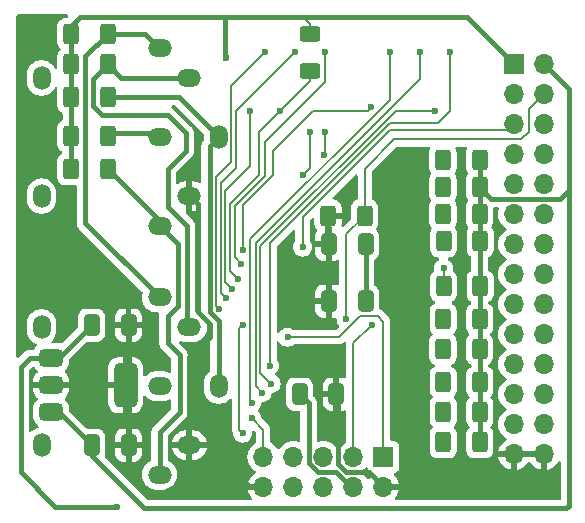
<source format=gbr>
%TF.GenerationSoftware,KiCad,Pcbnew,8.0.7-8.0.7-0~ubuntu22.04.1*%
%TF.CreationDate,2024-12-25T22:08:59+01:00*%
%TF.ProjectId,IEC_Extension,4945435f-4578-4746-956e-73696f6e2e6b,rev?*%
%TF.SameCoordinates,Original*%
%TF.FileFunction,Copper,L2,Bot*%
%TF.FilePolarity,Positive*%
%FSLAX46Y46*%
G04 Gerber Fmt 4.6, Leading zero omitted, Abs format (unit mm)*
G04 Created by KiCad (PCBNEW 8.0.7-8.0.7-0~ubuntu22.04.1) date 2024-12-25 22:08:59*
%MOMM*%
%LPD*%
G01*
G04 APERTURE LIST*
G04 Aperture macros list*
%AMRoundRect*
0 Rectangle with rounded corners*
0 $1 Rounding radius*
0 $2 $3 $4 $5 $6 $7 $8 $9 X,Y pos of 4 corners*
0 Add a 4 corners polygon primitive as box body*
4,1,4,$2,$3,$4,$5,$6,$7,$8,$9,$2,$3,0*
0 Add four circle primitives for the rounded corners*
1,1,$1+$1,$2,$3*
1,1,$1+$1,$4,$5*
1,1,$1+$1,$6,$7*
1,1,$1+$1,$8,$9*
0 Add four rect primitives between the rounded corners*
20,1,$1+$1,$2,$3,$4,$5,0*
20,1,$1+$1,$4,$5,$6,$7,0*
20,1,$1+$1,$6,$7,$8,$9,0*
20,1,$1+$1,$8,$9,$2,$3,0*%
G04 Aperture macros list end*
%TA.AperFunction,SMDPad,CuDef*%
%ADD10RoundRect,0.250000X0.400000X0.625000X-0.400000X0.625000X-0.400000X-0.625000X0.400000X-0.625000X0*%
%TD*%
%TA.AperFunction,ComponentPad*%
%ADD11O,2.000000X1.524000*%
%TD*%
%TA.AperFunction,ComponentPad*%
%ADD12O,1.524000X2.000000*%
%TD*%
%TA.AperFunction,SMDPad,CuDef*%
%ADD13RoundRect,0.375000X-0.625000X-0.375000X0.625000X-0.375000X0.625000X0.375000X-0.625000X0.375000X0*%
%TD*%
%TA.AperFunction,SMDPad,CuDef*%
%ADD14RoundRect,0.500000X-0.500000X-1.400000X0.500000X-1.400000X0.500000X1.400000X-0.500000X1.400000X0*%
%TD*%
%TA.AperFunction,ComponentPad*%
%ADD15R,1.700000X1.700000*%
%TD*%
%TA.AperFunction,ComponentPad*%
%ADD16O,1.700000X1.700000*%
%TD*%
%TA.AperFunction,SMDPad,CuDef*%
%ADD17RoundRect,0.250000X-0.412500X-0.650000X0.412500X-0.650000X0.412500X0.650000X-0.412500X0.650000X0*%
%TD*%
%TA.AperFunction,SMDPad,CuDef*%
%ADD18RoundRect,0.250000X0.412500X0.650000X-0.412500X0.650000X-0.412500X-0.650000X0.412500X-0.650000X0*%
%TD*%
%TA.AperFunction,SMDPad,CuDef*%
%ADD19RoundRect,0.250000X-0.625000X0.400000X-0.625000X-0.400000X0.625000X-0.400000X0.625000X0.400000X0*%
%TD*%
%TA.AperFunction,SMDPad,CuDef*%
%ADD20RoundRect,0.250000X-0.400000X-0.625000X0.400000X-0.625000X0.400000X0.625000X-0.400000X0.625000X0*%
%TD*%
%TA.AperFunction,ViaPad*%
%ADD21C,0.600000*%
%TD*%
%TA.AperFunction,Conductor*%
%ADD22C,0.200000*%
%TD*%
%TA.AperFunction,Conductor*%
%ADD23C,0.400000*%
%TD*%
G04 APERTURE END LIST*
D10*
%TO.P,R17,1*%
%TO.N,+5V*%
X236272000Y-59690000D03*
%TO.P,R17,2*%
%TO.N,/P36*%
X233172000Y-59690000D03*
%TD*%
%TO.P,R16,1*%
%TO.N,+5V*%
X236272000Y-63500000D03*
%TO.P,R16,2*%
%TO.N,/P33*%
X233172000Y-63500000D03*
%TD*%
%TO.P,R9,1*%
%TO.N,+5V*%
X236246000Y-66294000D03*
%TO.P,R9,2*%
%TO.N,/P31*%
X233146000Y-66294000D03*
%TD*%
%TO.P,R8,1*%
%TO.N,+5V*%
X236220000Y-68834000D03*
%TO.P,R8,2*%
%TO.N,/P29*%
X233120000Y-68834000D03*
%TD*%
D11*
%TO.P,J2,4*%
%TO.N,/~{SCLK}*%
X211636000Y-45880000D03*
%TO.P,J2,2*%
%TO.N,GND*%
X211636000Y-55880000D03*
%TO.P,J2,5*%
%TO.N,/~{DATA}*%
X209136000Y-43380000D03*
%TO.P,J2,1*%
%TO.N,/~{FCLK}{slash}SRQ*%
X209136000Y-58380000D03*
D12*
%TO.P,J2,7*%
%TO.N,N/C*%
X199136000Y-45880000D03*
%TO.P,J2,8*%
X199136000Y-55880000D03*
D11*
%TO.P,J2,3*%
%TO.N,/~{ATN}*%
X209136000Y-50880000D03*
D12*
%TO.P,J2,6*%
%TO.N,/~{RST}*%
X214136000Y-50880000D03*
%TD*%
D11*
%TO.P,J1,4*%
%TO.N,/~{SCLK}*%
X211636000Y-66962000D03*
%TO.P,J1,2*%
%TO.N,GND*%
X211636000Y-76962000D03*
%TO.P,J1,5*%
%TO.N,/~{DATA}*%
X209136000Y-64462000D03*
%TO.P,J1,1*%
%TO.N,/~{FCLK}{slash}SRQ*%
X209136000Y-79462000D03*
D12*
%TO.P,J1,7*%
%TO.N,N/C*%
X199136000Y-66962000D03*
%TO.P,J1,8*%
X199136000Y-76962000D03*
D11*
%TO.P,J1,3*%
%TO.N,/~{ATN}*%
X209136000Y-71962000D03*
D12*
%TO.P,J1,6*%
%TO.N,/~{RST}*%
X214136000Y-71962000D03*
%TD*%
D13*
%TO.P,U4,1,VI*%
%TO.N,+5V*%
X199948000Y-74182000D03*
%TO.P,U4,2,GND*%
%TO.N,GND*%
X199948000Y-71882000D03*
D14*
X206248000Y-71882000D03*
D13*
%TO.P,U4,3,VO*%
%TO.N,+3V3*%
X199948000Y-69582000D03*
%TD*%
D15*
%TO.P,J3,1,Pin_1*%
%TO.N,/TCK*%
X228080000Y-77960000D03*
D16*
%TO.P,J3,2,Pin_2*%
%TO.N,GND*%
X228080000Y-80500000D03*
%TO.P,J3,3,Pin_3*%
%TO.N,/TDO*%
X225540000Y-77960000D03*
%TO.P,J3,4,Pin_4*%
%TO.N,+3V3*%
X225540000Y-80500000D03*
%TO.P,J3,5,Pin_5*%
%TO.N,/TMS*%
X223000000Y-77960000D03*
%TO.P,J3,6,Pin_6*%
%TO.N,unconnected-(J3-Pin_6-Pad6)*%
X223000000Y-80500000D03*
%TO.P,J3,7,Pin_7*%
%TO.N,unconnected-(J3-Pin_7-Pad7)*%
X220460000Y-77960000D03*
%TO.P,J3,8,Pin_8*%
%TO.N,unconnected-(J3-Pin_8-Pad8)*%
X220460000Y-80500000D03*
%TO.P,J3,9,Pin_9*%
%TO.N,/TDI*%
X217920000Y-77960000D03*
%TO.P,J3,10,Pin_10*%
%TO.N,GND*%
X217920000Y-80500000D03*
%TD*%
D17*
%TO.P,C9,1*%
%TO.N,+5V*%
X203377000Y-76962000D03*
%TO.P,C9,2*%
%TO.N,GND*%
X206502000Y-76962000D03*
%TD*%
D18*
%TO.P,C8,1*%
%TO.N,+3V3*%
X226568000Y-59944000D03*
%TO.P,C8,2*%
%TO.N,GND*%
X223443000Y-59944000D03*
%TD*%
%TO.P,C7,1*%
%TO.N,+3V3*%
X226568000Y-64770000D03*
%TO.P,C7,2*%
%TO.N,GND*%
X223443000Y-64770000D03*
%TD*%
D17*
%TO.P,C6,1*%
%TO.N,+3V3*%
X220980000Y-72644000D03*
%TO.P,C6,2*%
%TO.N,GND*%
X224105000Y-72644000D03*
%TD*%
%TO.P,C5,1*%
%TO.N,+3V3*%
X203377000Y-66802000D03*
%TO.P,C5,2*%
%TO.N,GND*%
X206502000Y-66802000D03*
%TD*%
D10*
%TO.P,R6,1*%
%TO.N,+5V*%
X236220000Y-55118000D03*
%TO.P,R6,2*%
%TO.N,/SP*%
X233120000Y-55118000D03*
%TD*%
D19*
%TO.P,R10,1*%
%TO.N,+5V*%
X221869000Y-42164000D03*
%TO.P,R10,2*%
%TO.N,/RST_OUT*%
X221869000Y-45264000D03*
%TD*%
D10*
%TO.P,R13,1*%
%TO.N,+5V*%
X236246000Y-74168000D03*
%TO.P,R13,2*%
%TO.N,/SDATA_DRV*%
X233146000Y-74168000D03*
%TD*%
D20*
%TO.P,R4,1*%
%TO.N,+5V*%
X201624000Y-47498000D03*
%TO.P,R4,2*%
%TO.N,/~{RST}*%
X204724000Y-47498000D03*
%TD*%
D10*
%TO.P,R14,2*%
%TO.N,/ATN_DRV*%
X233146000Y-71628000D03*
%TO.P,R14,1*%
%TO.N,+5V*%
X236246000Y-71628000D03*
%TD*%
D20*
%TO.P,R1,1*%
%TO.N,+5V*%
X201624000Y-50800000D03*
%TO.P,R1,2*%
%TO.N,/~{ATN}*%
X204724000Y-50800000D03*
%TD*%
%TO.P,R3,2*%
%TO.N,/~{DATA}*%
X204724000Y-42164000D03*
%TO.P,R3,1*%
%TO.N,+5V*%
X201624000Y-42164000D03*
%TD*%
D10*
%TO.P,R15,1*%
%TO.N,+5V*%
X236220000Y-52832000D03*
%TO.P,R15,2*%
%TO.N,/128{slash}64*%
X233120000Y-52832000D03*
%TD*%
D20*
%TO.P,R2,1*%
%TO.N,+5V*%
X201624000Y-44704000D03*
%TO.P,R2,2*%
%TO.N,/~{SCLK}*%
X204724000Y-44704000D03*
%TD*%
D10*
%TO.P,R11,2*%
%TO.N,GND*%
X223393000Y-57531000D03*
%TO.P,R11,1*%
%TO.N,/FOUT{slash}~{FIN}*%
X226493000Y-57531000D03*
%TD*%
%TO.P,R7,1*%
%TO.N,+5V*%
X236220000Y-57404000D03*
%TO.P,R7,2*%
%TO.N,/CNT*%
X233120000Y-57404000D03*
%TD*%
D20*
%TO.P,R5,1*%
%TO.N,+5V*%
X201624000Y-53594000D03*
%TO.P,R5,2*%
%TO.N,/~{FCLK}{slash}SRQ*%
X204724000Y-53594000D03*
%TD*%
D15*
%TO.P,J4,1,Pin_1*%
%TO.N,+5V*%
X239141000Y-44704000D03*
D16*
%TO.P,J4,2,Pin_2*%
X241681000Y-44704000D03*
%TO.P,J4,3,Pin_3*%
%TO.N,/~{RST#}*%
X239141000Y-47244000D03*
%TO.P,J4,4,Pin_4*%
%TO.N,/FOUT{slash}~{FIN}*%
X241681000Y-47244000D03*
%TO.P,J4,5,Pin_5*%
%TO.N,/P1*%
X239141000Y-49784000D03*
%TO.P,J4,6,Pin_6*%
%TO.N,/P44*%
X241681000Y-49784000D03*
%TO.P,J4,7,Pin_7*%
%TO.N,/128{slash}64*%
X239141000Y-52324000D03*
%TO.P,J4,8,Pin_8*%
%TO.N,/P43*%
X241681000Y-52324000D03*
%TO.P,J4,9,Pin_9*%
%TO.N,/CNT*%
X239141000Y-54864000D03*
%TO.P,J4,10,Pin_10*%
%TO.N,/SP*%
X241681000Y-54864000D03*
%TO.P,J4,11,Pin_11*%
%TO.N,/P37*%
X239141000Y-57404000D03*
%TO.P,J4,12,Pin_12*%
%TO.N,/P38*%
X241681000Y-57404000D03*
%TO.P,J4,13,Pin_13*%
%TO.N,/P34*%
X239141000Y-59944000D03*
%TO.P,J4,14,Pin_14*%
%TO.N,/P36*%
X241681000Y-59944000D03*
%TO.P,J4,15,Pin_15*%
%TO.N,/P32*%
X239141000Y-62484000D03*
%TO.P,J4,16,Pin_16*%
%TO.N,/P33*%
X241681000Y-62484000D03*
%TO.P,J4,17,Pin_17*%
%TO.N,/P30*%
X239141000Y-65024000D03*
%TO.P,J4,18,Pin_18*%
%TO.N,/P31*%
X241681000Y-65024000D03*
%TO.P,J4,19,Pin_19*%
%TO.N,/P28*%
X239141000Y-67564000D03*
%TO.P,J4,20,Pin_20*%
%TO.N,/P29*%
X241681000Y-67564000D03*
%TO.P,J4,21,Pin_21*%
%TO.N,/ATN_SENS*%
X239141000Y-70104000D03*
%TO.P,J4,22,Pin_22*%
%TO.N,/ATN_DRV*%
X241681000Y-70104000D03*
%TO.P,J4,23,Pin_23*%
%TO.N,/SDATA_SENS*%
X239141000Y-72644000D03*
%TO.P,J4,24,Pin_24*%
%TO.N,/SDATA_DRV*%
X241681000Y-72644000D03*
%TO.P,J4,25,Pin_25*%
%TO.N,/SCLK_SENS*%
X239141000Y-75184000D03*
%TO.P,J4,26,Pin_26*%
%TO.N,/SCLK_DRV*%
X241681000Y-75184000D03*
%TO.P,J4,27,Pin_27*%
%TO.N,GND*%
X239141000Y-77724000D03*
%TO.P,J4,28,Pin_28*%
X241681000Y-77724000D03*
%TD*%
D10*
%TO.P,R12,1*%
%TO.N,+5V*%
X236246000Y-76708000D03*
%TO.P,R12,2*%
%TO.N,/SCLK_DRV*%
X233146000Y-76708000D03*
%TD*%
D21*
%TO.N,/P1*%
X221234000Y-60198000D03*
%TO.N,/P33*%
X233171990Y-61976000D03*
%TO.N,/P36*%
X233172000Y-59690000D03*
%TO.N,/P31*%
X233146000Y-66294000D03*
%TO.N,/P29*%
X233119999Y-68834001D03*
%TO.N,/CNT*%
X233172106Y-57262000D03*
%TO.N,/SP*%
X233120000Y-55118014D03*
%TO.N,/128{slash}64*%
X233120000Y-52832024D03*
%TO.N,/ATN_DRV*%
X233146000Y-71628000D03*
%TO.N,/SDATA_DRV*%
X233146000Y-74167978D03*
%TO.N,/SCLK_DRV*%
X233146001Y-76708001D03*
%TO.N,/FOUT{slash}~{FIN}*%
X224917000Y-66294000D03*
%TO.N,/~{RST#}*%
X223139000Y-50419000D03*
X223060380Y-52372380D03*
%TO.N,/RSTDRV*%
X221869000Y-50419000D03*
X221234000Y-54102000D03*
%TO.N,/SDATA_IN*%
X218440000Y-70231000D03*
%TO.N,/FCLK_IN*%
X218567000Y-71755000D03*
%TO.N,/SCLK_IN*%
X217805000Y-72517000D03*
%TO.N,/ATN_IN*%
X216916000Y-73406000D03*
%TO.N,/RST_IN*%
X216154000Y-60452000D03*
%TO.N,GND*%
X224105000Y-72644000D03*
%TO.N,/TMS*%
X216154000Y-75946000D03*
%TO.N,/TDI*%
X216916000Y-74676000D03*
%TO.N,/ATN_OUT*%
X216027000Y-61595000D03*
%TO.N,/RST_IN*%
X227062380Y-48370380D03*
%TO.N,/FCLK_IN*%
X232410000Y-48638000D03*
%TO.N,/RST_OUT*%
X219329000Y-48638000D03*
%TO.N,/FCLK_OUT*%
X216789000Y-48638000D03*
%TO.N,/SDATA_IN*%
X233680000Y-43688000D03*
%TO.N,/SCLK_IN*%
X231140000Y-43688000D03*
%TO.N,/ATN_IN*%
X228600000Y-43688000D03*
%TO.N,/ATN_OUT*%
X223139000Y-43688000D03*
%TO.N,/SCLK_OUT*%
X220599000Y-43688000D03*
%TO.N,/SDATA_OUT*%
X218059000Y-43688000D03*
%TO.N,+5V*%
X214757000Y-44157500D03*
%TO.N,/RST_OUT*%
X215772998Y-62865000D03*
%TO.N,/FCLK_OUT*%
X215265000Y-63754000D03*
%TO.N,/SCLK_OUT*%
X214757000Y-64516004D03*
%TO.N,/SDATA_OUT*%
X214122000Y-65405000D03*
%TO.N,+3V3*%
X205486000Y-82200000D03*
X220980000Y-72644000D03*
%TO.N,GND*%
X223443000Y-64770000D03*
%TO.N,+3V3*%
X226568000Y-64770000D03*
%TO.N,GND*%
X222758000Y-61976000D03*
%TO.N,+3V3*%
X226568000Y-59944000D03*
%TO.N,/TCK*%
X219964000Y-67818000D03*
%TO.N,/TDO*%
X227076000Y-66802000D03*
%TO.N,/TMS*%
X216154000Y-66802012D03*
%TD*%
D22*
%TO.N,/FOUT{slash}~{FIN}*%
X241681000Y-47244000D02*
X240411000Y-48514000D01*
X240411000Y-48514000D02*
X240411000Y-50419000D01*
X240411000Y-50419000D02*
X239747157Y-51082843D01*
X239747157Y-51082843D02*
X228952157Y-51082843D01*
X228952157Y-51082843D02*
X226493000Y-53542000D01*
X226493000Y-53542000D02*
X226493000Y-57531000D01*
%TO.N,/P1*%
X221234000Y-60198000D02*
X221234000Y-57658000D01*
X221234000Y-57658000D02*
X228600000Y-50292000D01*
X228600000Y-50292000D02*
X238633000Y-50292000D01*
X238633000Y-50292000D02*
X239141000Y-49784000D01*
%TO.N,/SDATA_IN*%
X233680000Y-48710314D02*
X232733314Y-49657000D01*
X228669314Y-49657000D02*
X218440000Y-59886314D01*
X218440000Y-59886314D02*
X218440000Y-70231000D01*
X233680000Y-43688000D02*
X233680000Y-48710314D01*
X232733314Y-49657000D02*
X228669314Y-49657000D01*
D23*
%TO.N,+5V*%
X243800000Y-49784000D02*
X243800000Y-55372000D01*
X243800000Y-55372000D02*
X243800000Y-82082000D01*
X236220000Y-55118000D02*
X237216000Y-56114000D01*
X237216000Y-56114000D02*
X243058000Y-56114000D01*
X243058000Y-56114000D02*
X243800000Y-55372000D01*
X236220000Y-52832000D02*
X236220000Y-55118000D01*
X236220000Y-55118000D02*
X236220000Y-57404000D01*
X236220000Y-57404000D02*
X236220000Y-65760000D01*
X236220000Y-65760000D02*
X236246000Y-65786000D01*
X236246000Y-65786000D02*
X236246000Y-71628000D01*
D22*
%TO.N,/FCLK_IN*%
X232410000Y-48638000D02*
X229122629Y-48638000D01*
X217659000Y-60101629D02*
X217659000Y-70847000D01*
X229122629Y-48638000D02*
X217659000Y-60101629D01*
X217659000Y-70847000D02*
X218567000Y-71755000D01*
%TO.N,/SCLK_IN*%
X231140000Y-43688000D02*
X231140000Y-45974000D01*
X231140000Y-45974000D02*
X217259000Y-59855000D01*
X217259000Y-59855000D02*
X217259000Y-71971000D01*
X217259000Y-71971000D02*
X217805000Y-72517000D01*
%TO.N,/RST_IN*%
X218694000Y-52070000D02*
X222126000Y-48638000D01*
X216154000Y-56642000D02*
X218694000Y-54102000D01*
X226794760Y-48638000D02*
X227062380Y-48370380D01*
X216154000Y-60452000D02*
X216154000Y-56642000D01*
X222126000Y-48638000D02*
X226794760Y-48638000D01*
X218694000Y-54102000D02*
X218694000Y-52070000D01*
%TO.N,/ATN_IN*%
X228600000Y-43688000D02*
X228600000Y-47752000D01*
X216810565Y-73300565D02*
X216916000Y-73406000D01*
%TO.N,/~{RST#}*%
X223139000Y-52293760D02*
X223060380Y-52372380D01*
X223139000Y-50419000D02*
X223139000Y-52293760D01*
%TO.N,/ATN_IN*%
X228600000Y-47752000D02*
X216810565Y-59541435D01*
X216810565Y-59541435D02*
X216810565Y-73300565D01*
%TO.N,/RSTDRV*%
X221869000Y-50419000D02*
X221869000Y-53467000D01*
X221869000Y-53467000D02*
X221234000Y-54102000D01*
%TO.N,/P33*%
X233172000Y-63500000D02*
X233172000Y-61976010D01*
X233172000Y-61976010D02*
X233171990Y-61976000D01*
X233737685Y-63500000D02*
X233454842Y-63782843D01*
D23*
%TO.N,+5V*%
X236246000Y-71628000D02*
X236246000Y-74168000D01*
X236246000Y-76708000D02*
X236246000Y-74168000D01*
X243800000Y-46823000D02*
X243800000Y-49784000D01*
%TO.N,GND*%
X239141000Y-77724000D02*
X241681000Y-77724000D01*
X228080000Y-80500000D02*
X238524000Y-80500000D01*
X238524000Y-80500000D02*
X239141000Y-79883000D01*
X239141000Y-79883000D02*
X239141000Y-77724000D01*
%TO.N,+5V*%
X241681000Y-44704000D02*
X243800000Y-46823000D01*
X243800000Y-82082000D02*
X243582000Y-82300000D01*
X243582000Y-82300000D02*
X239772000Y-82300000D01*
X221234000Y-40700000D02*
X235137000Y-40700000D01*
X235137000Y-40700000D02*
X239141000Y-44704000D01*
X214630000Y-40700000D02*
X221234000Y-40700000D01*
D22*
X221869000Y-42164000D02*
X221869000Y-41335000D01*
X221869000Y-41335000D02*
X221234000Y-40700000D01*
%TO.N,/RST_OUT*%
X221869000Y-45264000D02*
X221869000Y-46098000D01*
X221869000Y-46098000D02*
X219329000Y-48638000D01*
%TO.N,/FOUT{slash}~{FIN}*%
X226493000Y-57531000D02*
X224917000Y-59107000D01*
X224917000Y-59107000D02*
X224917000Y-65151000D01*
X224917000Y-65151000D02*
X224917000Y-66294000D01*
D23*
%TO.N,GND*%
X223393000Y-57531000D02*
X223393000Y-59894000D01*
X223393000Y-59894000D02*
X223443000Y-59944000D01*
D22*
%TO.N,/TMS*%
X216154000Y-75946000D02*
X215885000Y-75677000D01*
X215885000Y-75677000D02*
X215885000Y-67071012D01*
X215885000Y-67071012D02*
X216154000Y-66802012D01*
%TO.N,/TDI*%
X217920000Y-75680000D02*
X216916000Y-74676000D01*
X217920000Y-77960000D02*
X217920000Y-75680000D01*
%TO.N,/ATN_OUT*%
X215504000Y-61072000D02*
X216027000Y-61595000D01*
X215504000Y-56726314D02*
X215504000Y-61072000D01*
X218059000Y-54171314D02*
X215504000Y-56726314D01*
X223139000Y-46228000D02*
X218059000Y-51308000D01*
X223139000Y-43688000D02*
X223139000Y-46228000D01*
X218059000Y-51308000D02*
X218059000Y-54171314D01*
%TO.N,/FCLK_OUT*%
X214704000Y-55425000D02*
X214704000Y-63193000D01*
%TO.N,/SCLK_OUT*%
X220599000Y-43688000D02*
X215608000Y-48679000D01*
%TO.N,/SDATA_OUT*%
X215208000Y-46539000D02*
X215208000Y-52959000D01*
%TO.N,/RST_OUT*%
X219329000Y-48638000D02*
X217551000Y-50416000D01*
X215104000Y-56560628D02*
X215104000Y-62196002D01*
%TO.N,/SDATA_OUT*%
X213904000Y-54263000D02*
X213904000Y-65187000D01*
%TO.N,/RST_OUT*%
X217551000Y-54113628D02*
X215104000Y-56560628D01*
%TO.N,/SCLK_OUT*%
X214304000Y-64063004D02*
X214757000Y-64516004D01*
%TO.N,/FCLK_OUT*%
X214704000Y-63193000D02*
X215265000Y-63754000D01*
%TO.N,/SCLK_OUT*%
X215608000Y-48679000D02*
X215608000Y-53505000D01*
%TO.N,/SDATA_OUT*%
X213904000Y-65187000D02*
X214122000Y-65405000D01*
%TO.N,/FCLK_OUT*%
X216789000Y-48638000D02*
X216789000Y-53340000D01*
%TO.N,/SCLK_OUT*%
X215608000Y-53505000D02*
X214304000Y-54809000D01*
%TO.N,/SDATA_OUT*%
X215208000Y-52959000D02*
X213904000Y-54263000D01*
%TO.N,/RST_OUT*%
X215104000Y-62196002D02*
X215772998Y-62865000D01*
X217551000Y-50416000D02*
X217551000Y-54113628D01*
%TO.N,/SCLK_OUT*%
X214304000Y-54809000D02*
X214304000Y-64063004D01*
%TO.N,/FCLK_OUT*%
X216789000Y-53340000D02*
X214704000Y-55425000D01*
%TO.N,/SDATA_OUT*%
X218059000Y-43688000D02*
X215208000Y-46539000D01*
D23*
%TO.N,GND*%
X211636000Y-55880000D02*
X212344000Y-56588000D01*
X211636000Y-69542000D02*
X211636000Y-76962000D01*
X212344000Y-56588000D02*
X212344000Y-65659000D01*
X212344000Y-65659000D02*
X213360000Y-66675000D01*
X213360000Y-66675000D02*
X213360000Y-67818000D01*
X213360000Y-67818000D02*
X211636000Y-69542000D01*
%TO.N,/~{RST}*%
X214136000Y-50880000D02*
X213360000Y-51656000D01*
X213360000Y-51656000D02*
X213360000Y-65659000D01*
X213360000Y-65659000D02*
X214136000Y-66435000D01*
X214136000Y-66435000D02*
X214136000Y-71962000D01*
%TO.N,/~{SCLK}*%
X204724000Y-44704000D02*
X203454000Y-45974000D01*
X209804000Y-56777342D02*
X211455000Y-58428342D01*
X203454000Y-45974000D02*
X203454000Y-48260000D01*
X209804000Y-53594000D02*
X209804000Y-56777342D01*
X211455000Y-58428342D02*
X211455000Y-66781000D01*
X203454000Y-48260000D02*
X204216000Y-49022000D01*
X204216000Y-49022000D02*
X209804000Y-49022000D01*
X209804000Y-49022000D02*
X211328000Y-50546000D01*
X211328000Y-50546000D02*
X211328000Y-52070000D01*
X211455000Y-66781000D02*
X211636000Y-66962000D01*
X211328000Y-52070000D02*
X209804000Y-53594000D01*
%TO.N,/~{FCLK}{slash}SRQ*%
X209136000Y-58380000D02*
X210693000Y-59937000D01*
X210820000Y-74168000D02*
X209136000Y-75852000D01*
X210693000Y-59937000D02*
X210693000Y-65151000D01*
X210693000Y-65151000D02*
X209804000Y-66040000D01*
X209804000Y-66040000D02*
X209804000Y-68326000D01*
X209804000Y-68326000D02*
X210820000Y-69342000D01*
X210820000Y-69342000D02*
X210820000Y-74168000D01*
X209136000Y-75852000D02*
X209136000Y-79462000D01*
%TO.N,+3V3*%
X225320472Y-80500000D02*
X225540000Y-80500000D01*
%TO.N,GND*%
X226828000Y-79248000D02*
X228080000Y-80500000D01*
%TO.N,+3V3*%
X222520233Y-79248000D02*
X224068472Y-79248000D01*
X221750000Y-78477767D02*
X222520233Y-79248000D01*
X221750000Y-73414000D02*
X221750000Y-78477767D01*
%TO.N,GND*%
X224917000Y-79248000D02*
X226828000Y-79248000D01*
%TO.N,+3V3*%
X220980000Y-72644000D02*
X221750000Y-73414000D01*
X224068472Y-79248000D02*
X225320472Y-80500000D01*
%TO.N,GND*%
X224105000Y-72644000D02*
X224250000Y-72789000D01*
X224250000Y-78581000D02*
X224917000Y-79248000D01*
X224250000Y-72789000D02*
X224250000Y-78581000D01*
%TO.N,+5V*%
X214630000Y-43903500D02*
X214757000Y-44030500D01*
X214630000Y-40700000D02*
X214630000Y-43903500D01*
X202378000Y-40700000D02*
X214630000Y-40700000D01*
X201624000Y-42164000D02*
X201624000Y-41454000D01*
X239772000Y-82300000D02*
X207815000Y-82300000D01*
X203377000Y-77862000D02*
X203377000Y-76962000D01*
X201624000Y-41454000D02*
X202378000Y-40700000D01*
X207815000Y-82300000D02*
X203377000Y-77862000D01*
X201624000Y-42164000D02*
X201624000Y-50800000D01*
%TO.N,/~{DATA}*%
X204724000Y-42164000D02*
X202854000Y-44034000D01*
X202854000Y-44034000D02*
X202854000Y-58180000D01*
X202854000Y-58180000D02*
X209136000Y-64462000D01*
X204724000Y-42164000D02*
X207920000Y-42164000D01*
X207920000Y-42164000D02*
X209136000Y-43380000D01*
%TO.N,GND*%
X223443000Y-61291000D02*
X222758000Y-61976000D01*
X223443000Y-59944000D02*
X223443000Y-61291000D01*
%TO.N,+5V*%
X201624000Y-50800000D02*
X201624000Y-53594000D01*
%TO.N,/~{ATN}*%
X204724000Y-50800000D02*
X204978000Y-50546000D01*
X204978000Y-50546000D02*
X208802000Y-50546000D01*
X208802000Y-50546000D02*
X209136000Y-50880000D01*
%TO.N,/~{SCLK}*%
X205900000Y-45880000D02*
X211636000Y-45880000D01*
X204724000Y-44704000D02*
X205900000Y-45880000D01*
%TO.N,+3V3*%
X199948000Y-69582000D02*
X198134000Y-69582000D01*
X200310000Y-82200000D02*
X205486000Y-82200000D01*
X198134000Y-69582000D02*
X197358000Y-70358000D01*
X197358000Y-70358000D02*
X197358000Y-79248000D01*
X197358000Y-79248000D02*
X200310000Y-82200000D01*
%TO.N,GND*%
X206502000Y-76962000D02*
X206502000Y-79502000D01*
X211636000Y-80280000D02*
X211636000Y-76962000D01*
X206502000Y-79502000D02*
X207899000Y-80899000D01*
X207899000Y-80899000D02*
X211017000Y-80899000D01*
X211017000Y-80899000D02*
X211636000Y-80280000D01*
%TO.N,+5V*%
X199948000Y-74182000D02*
X200597000Y-74182000D01*
X200597000Y-74182000D02*
X203377000Y-76962000D01*
%TO.N,+3V3*%
X199948000Y-69582000D02*
X200597000Y-69582000D01*
X200597000Y-69582000D02*
X203377000Y-66802000D01*
%TO.N,GND*%
X211636000Y-76962000D02*
X213236000Y-76962000D01*
X213236000Y-76962000D02*
X216774000Y-80500000D01*
X216774000Y-80500000D02*
X217920000Y-80500000D01*
X199948000Y-71882000D02*
X206248000Y-71882000D01*
X206502000Y-66802000D02*
X206502000Y-76962000D01*
%TO.N,+3V3*%
X226568000Y-59944000D02*
X226568000Y-64770000D01*
%TO.N,GND*%
X223443000Y-59944000D02*
X223443000Y-64770000D01*
D22*
%TO.N,/TCK*%
X228080000Y-77960000D02*
X228080000Y-66536000D01*
X227584000Y-66040000D02*
X226060000Y-66040000D01*
X228080000Y-66536000D02*
X227584000Y-66040000D01*
X224282000Y-67818000D02*
X219964000Y-67818000D01*
X226060000Y-66040000D02*
X224282000Y-67818000D01*
%TO.N,/TDO*%
X225540000Y-77960000D02*
X225540000Y-68338000D01*
X225540000Y-68338000D02*
X227076000Y-66802000D01*
D23*
%TO.N,/~{FCLK}{slash}SRQ*%
X204724000Y-53594000D02*
X209136000Y-58006000D01*
X209136000Y-58006000D02*
X209136000Y-58380000D01*
%TO.N,/~{RST}*%
X204724000Y-47498000D02*
X210754000Y-47498000D01*
X210754000Y-47498000D02*
X214136000Y-50880000D01*
%TD*%
%TA.AperFunction,Conductor*%
%TO.N,GND*%
G36*
X201354519Y-40520185D02*
G01*
X201400274Y-40572989D01*
X201410218Y-40642147D01*
X201381193Y-40705703D01*
X201375160Y-40712182D01*
X201335159Y-40752182D01*
X201273836Y-40785667D01*
X201247481Y-40788500D01*
X201173999Y-40788500D01*
X201173980Y-40788501D01*
X201071203Y-40799000D01*
X201071200Y-40799001D01*
X200904668Y-40854185D01*
X200904663Y-40854187D01*
X200755342Y-40946289D01*
X200631289Y-41070342D01*
X200539187Y-41219663D01*
X200539186Y-41219666D01*
X200484001Y-41386203D01*
X200484001Y-41386204D01*
X200484000Y-41386204D01*
X200473500Y-41488983D01*
X200473500Y-42839001D01*
X200473501Y-42839018D01*
X200484000Y-42941796D01*
X200484001Y-42941799D01*
X200539185Y-43108331D01*
X200539187Y-43108336D01*
X200631289Y-43257657D01*
X200719951Y-43346319D01*
X200753436Y-43407642D01*
X200748452Y-43477334D01*
X200719951Y-43521681D01*
X200631289Y-43610342D01*
X200539187Y-43759663D01*
X200539185Y-43759668D01*
X200523177Y-43807978D01*
X200484001Y-43926203D01*
X200484001Y-43926204D01*
X200484000Y-43926204D01*
X200473500Y-44028983D01*
X200473500Y-44969599D01*
X200453815Y-45036638D01*
X200401011Y-45082393D01*
X200331853Y-45092337D01*
X200268297Y-45063312D01*
X200239015Y-45025894D01*
X200215786Y-44980305D01*
X200208008Y-44969599D01*
X200098981Y-44819536D01*
X199958464Y-44679019D01*
X199797694Y-44562213D01*
X199773735Y-44550005D01*
X199620632Y-44471994D01*
X199620629Y-44471993D01*
X199431637Y-44410587D01*
X199333498Y-44395043D01*
X199235361Y-44379500D01*
X199036639Y-44379500D01*
X198971214Y-44389862D01*
X198840362Y-44410587D01*
X198651370Y-44471993D01*
X198651367Y-44471994D01*
X198474305Y-44562213D01*
X198313533Y-44679021D01*
X198173021Y-44819533D01*
X198056213Y-44980305D01*
X197965994Y-45157367D01*
X197965993Y-45157370D01*
X197904587Y-45346362D01*
X197896825Y-45395370D01*
X197873500Y-45542639D01*
X197873500Y-46217361D01*
X197887731Y-46307213D01*
X197904587Y-46413637D01*
X197965993Y-46602629D01*
X197965994Y-46602632D01*
X198052276Y-46771967D01*
X198056213Y-46779694D01*
X198173019Y-46940464D01*
X198313536Y-47080981D01*
X198474306Y-47197787D01*
X198524115Y-47223166D01*
X198651367Y-47288005D01*
X198651370Y-47288006D01*
X198745866Y-47318709D01*
X198840364Y-47349413D01*
X199036639Y-47380500D01*
X199036640Y-47380500D01*
X199235360Y-47380500D01*
X199235361Y-47380500D01*
X199431636Y-47349413D01*
X199620632Y-47288005D01*
X199797694Y-47197787D01*
X199958464Y-47080981D01*
X200098981Y-46940464D01*
X200215787Y-46779694D01*
X200242372Y-46727517D01*
X200290344Y-46676723D01*
X200358165Y-46659927D01*
X200424300Y-46682464D01*
X200467752Y-46737178D01*
X200476214Y-46796412D01*
X200473501Y-46822973D01*
X200473500Y-46822996D01*
X200473500Y-48173001D01*
X200473501Y-48173018D01*
X200484000Y-48275796D01*
X200484001Y-48275799D01*
X200539185Y-48442331D01*
X200539187Y-48442336D01*
X200561115Y-48477887D01*
X200631288Y-48591656D01*
X200755344Y-48715712D01*
X200864597Y-48783099D01*
X200911321Y-48835047D01*
X200923500Y-48888638D01*
X200923500Y-49409362D01*
X200903815Y-49476401D01*
X200864598Y-49514899D01*
X200807930Y-49549853D01*
X200755342Y-49582289D01*
X200631289Y-49706342D01*
X200539187Y-49855663D01*
X200539186Y-49855666D01*
X200484001Y-50022203D01*
X200484001Y-50022204D01*
X200484000Y-50022204D01*
X200473500Y-50124983D01*
X200473500Y-51475001D01*
X200473501Y-51475018D01*
X200484000Y-51577796D01*
X200484001Y-51577799D01*
X200533932Y-51728480D01*
X200539186Y-51744334D01*
X200631288Y-51893656D01*
X200755344Y-52017712D01*
X200864597Y-52085099D01*
X200911321Y-52137047D01*
X200923500Y-52190638D01*
X200923500Y-52203362D01*
X200903815Y-52270401D01*
X200864598Y-52308899D01*
X200806051Y-52345012D01*
X200755342Y-52376289D01*
X200631289Y-52500342D01*
X200539187Y-52649663D01*
X200539186Y-52649666D01*
X200484001Y-52816203D01*
X200484001Y-52816204D01*
X200484000Y-52816204D01*
X200473500Y-52918983D01*
X200473500Y-54269001D01*
X200473501Y-54269018D01*
X200484000Y-54371796D01*
X200484001Y-54371799D01*
X200539185Y-54538331D01*
X200539187Y-54538336D01*
X200566440Y-54582520D01*
X200631288Y-54687656D01*
X200755344Y-54811712D01*
X200904666Y-54903814D01*
X201071203Y-54958999D01*
X201173991Y-54969500D01*
X202029500Y-54969499D01*
X202096539Y-54989183D01*
X202142294Y-55041987D01*
X202153500Y-55093499D01*
X202153500Y-58111006D01*
X202153500Y-58248994D01*
X202153500Y-58248996D01*
X202153499Y-58248996D01*
X202180418Y-58384322D01*
X202180421Y-58384332D01*
X202233222Y-58511807D01*
X202309887Y-58626545D01*
X202309888Y-58626546D01*
X207657763Y-63974420D01*
X207691248Y-64035743D01*
X207688013Y-64100418D01*
X207666587Y-64166360D01*
X207635500Y-64362639D01*
X207635500Y-64561360D01*
X207666587Y-64757637D01*
X207727993Y-64946629D01*
X207727994Y-64946632D01*
X207767416Y-65024000D01*
X207818213Y-65123694D01*
X207935019Y-65284464D01*
X208075536Y-65424981D01*
X208236306Y-65541787D01*
X208271431Y-65559684D01*
X208413367Y-65632005D01*
X208413370Y-65632006D01*
X208507866Y-65662709D01*
X208602364Y-65693413D01*
X208798639Y-65724500D01*
X209001439Y-65724500D01*
X209068478Y-65744185D01*
X209114233Y-65796989D01*
X209124177Y-65866147D01*
X209123056Y-65872691D01*
X209104830Y-65964320D01*
X209104829Y-65964327D01*
X209104829Y-65964328D01*
X209103500Y-65971007D01*
X209103500Y-68257006D01*
X209103500Y-68394994D01*
X209103500Y-68394996D01*
X209103499Y-68394996D01*
X209130418Y-68530322D01*
X209130421Y-68530332D01*
X209183222Y-68657807D01*
X209259887Y-68772545D01*
X209259888Y-68772546D01*
X210083181Y-69595838D01*
X210116666Y-69657161D01*
X210119500Y-69683519D01*
X210119500Y-70722564D01*
X210099815Y-70789603D01*
X210047011Y-70835358D01*
X209977853Y-70845302D01*
X209939205Y-70833049D01*
X209858632Y-70791994D01*
X209858629Y-70791993D01*
X209669637Y-70730587D01*
X209536776Y-70709544D01*
X209473361Y-70699500D01*
X208798639Y-70699500D01*
X208735224Y-70709544D01*
X208602362Y-70730587D01*
X208413370Y-70791993D01*
X208413367Y-70791994D01*
X208236305Y-70882213D01*
X208075533Y-70999021D01*
X207959681Y-71114874D01*
X207898358Y-71148359D01*
X207828666Y-71143375D01*
X207772733Y-71101503D01*
X207748316Y-71036039D01*
X207748000Y-71027193D01*
X207748000Y-70424002D01*
X207747999Y-70423999D01*
X207737391Y-70304674D01*
X207737390Y-70304671D01*
X207681442Y-70109138D01*
X207587278Y-69928870D01*
X207458753Y-69771246D01*
X207301129Y-69642721D01*
X207120861Y-69548557D01*
X206925328Y-69492609D01*
X206925325Y-69492608D01*
X206806000Y-69482000D01*
X206498000Y-69482000D01*
X206498000Y-74282000D01*
X206805998Y-74282000D01*
X206806000Y-74281999D01*
X206925325Y-74271391D01*
X206925328Y-74271390D01*
X207120861Y-74215442D01*
X207301129Y-74121278D01*
X207458753Y-73992753D01*
X207587278Y-73835129D01*
X207681442Y-73654861D01*
X207737390Y-73459328D01*
X207737391Y-73459325D01*
X207747999Y-73340000D01*
X207748000Y-73339998D01*
X207748000Y-72896807D01*
X207767685Y-72829768D01*
X207820489Y-72784013D01*
X207889647Y-72774069D01*
X207953203Y-72803094D01*
X207959681Y-72809126D01*
X208075536Y-72924981D01*
X208236306Y-73041787D01*
X208307484Y-73078054D01*
X208413367Y-73132005D01*
X208413370Y-73132006D01*
X208503948Y-73161436D01*
X208602364Y-73193413D01*
X208798639Y-73224500D01*
X208798640Y-73224500D01*
X209473360Y-73224500D01*
X209473361Y-73224500D01*
X209669636Y-73193413D01*
X209858632Y-73132005D01*
X209939205Y-73090950D01*
X210007873Y-73078054D01*
X210072614Y-73104330D01*
X210112871Y-73161436D01*
X210119500Y-73201435D01*
X210119500Y-73826480D01*
X210099815Y-73893519D01*
X210083181Y-73914161D01*
X208591888Y-75405453D01*
X208591887Y-75405454D01*
X208515223Y-75520192D01*
X208462421Y-75647668D01*
X208462418Y-75647679D01*
X208448175Y-75719287D01*
X208448175Y-75719289D01*
X208435500Y-75783005D01*
X208435500Y-78204731D01*
X208415815Y-78271770D01*
X208367795Y-78315215D01*
X208337066Y-78330873D01*
X208236305Y-78382213D01*
X208075533Y-78499021D01*
X207935021Y-78639533D01*
X207818213Y-78800305D01*
X207727994Y-78977367D01*
X207727993Y-78977370D01*
X207666587Y-79166362D01*
X207641309Y-79325965D01*
X207635500Y-79362639D01*
X207635500Y-79561361D01*
X207646200Y-79628920D01*
X207666587Y-79757637D01*
X207727993Y-79946629D01*
X207727994Y-79946632D01*
X207806090Y-80099901D01*
X207818213Y-80123694D01*
X207935019Y-80284464D01*
X208075536Y-80424981D01*
X208236306Y-80541787D01*
X208283485Y-80565826D01*
X208413367Y-80632005D01*
X208413370Y-80632006D01*
X208507866Y-80662709D01*
X208602364Y-80693413D01*
X208798639Y-80724500D01*
X208798640Y-80724500D01*
X209473360Y-80724500D01*
X209473361Y-80724500D01*
X209669636Y-80693413D01*
X209858632Y-80632005D01*
X210035694Y-80541787D01*
X210196464Y-80424981D01*
X210336981Y-80284464D01*
X210453787Y-80123694D01*
X210544005Y-79946632D01*
X210605413Y-79757636D01*
X210636500Y-79561361D01*
X210636500Y-79362639D01*
X210605413Y-79166364D01*
X210557738Y-79019634D01*
X210544006Y-78977370D01*
X210544005Y-78977367D01*
X210478123Y-78848068D01*
X210453787Y-78800306D01*
X210336981Y-78639536D01*
X210196464Y-78499019D01*
X210035694Y-78382213D01*
X209904204Y-78315215D01*
X209853409Y-78267241D01*
X209836500Y-78204731D01*
X209836500Y-76711999D01*
X210159865Y-76711999D01*
X210159865Y-76712000D01*
X211078184Y-76712000D01*
X211062124Y-76728060D01*
X211011964Y-76814939D01*
X210986000Y-76911840D01*
X210986000Y-77012160D01*
X211011964Y-77109061D01*
X211062124Y-77195940D01*
X211078184Y-77212000D01*
X210159865Y-77212000D01*
X210167074Y-77257517D01*
X210228456Y-77446435D01*
X210318641Y-77623432D01*
X210435403Y-77784139D01*
X210435403Y-77784140D01*
X210575859Y-77924596D01*
X210736567Y-78041358D01*
X210913562Y-78131542D01*
X211102477Y-78192924D01*
X211298679Y-78224000D01*
X211386000Y-78224000D01*
X211386000Y-77343000D01*
X211886000Y-77343000D01*
X211886000Y-78224000D01*
X211973321Y-78224000D01*
X212169520Y-78192924D01*
X212169523Y-78192924D01*
X212358437Y-78131542D01*
X212535432Y-78041358D01*
X212696139Y-77924596D01*
X212696140Y-77924596D01*
X212836596Y-77784140D01*
X212836596Y-77784139D01*
X212953358Y-77623432D01*
X213043543Y-77446435D01*
X213104925Y-77257517D01*
X213112134Y-77212000D01*
X212193816Y-77212000D01*
X212209876Y-77195940D01*
X212260036Y-77109061D01*
X212286000Y-77012160D01*
X212286000Y-76911840D01*
X212260036Y-76814939D01*
X212209876Y-76728060D01*
X212193816Y-76712000D01*
X213112135Y-76712000D01*
X213112134Y-76711999D01*
X213104925Y-76666482D01*
X213043543Y-76477564D01*
X212953358Y-76300567D01*
X212836596Y-76139860D01*
X212836596Y-76139859D01*
X212696140Y-75999403D01*
X212535432Y-75882641D01*
X212358437Y-75792457D01*
X212169522Y-75731075D01*
X211973321Y-75700000D01*
X211886000Y-75700000D01*
X211886000Y-76581000D01*
X211386000Y-76581000D01*
X211386000Y-75700000D01*
X211298679Y-75700000D01*
X211102479Y-75731075D01*
X211102476Y-75731075D01*
X210913562Y-75792457D01*
X210736567Y-75882641D01*
X210575860Y-75999403D01*
X210575859Y-75999403D01*
X210435403Y-76139859D01*
X210435403Y-76139860D01*
X210318641Y-76300567D01*
X210228456Y-76477564D01*
X210167074Y-76666482D01*
X210159865Y-76711999D01*
X209836500Y-76711999D01*
X209836500Y-76193519D01*
X209856185Y-76126480D01*
X209872819Y-76105838D01*
X211364112Y-74614545D01*
X211364114Y-74614543D01*
X211440775Y-74499811D01*
X211493580Y-74372328D01*
X211520500Y-74236994D01*
X211520500Y-74099006D01*
X211520500Y-69273007D01*
X211520500Y-69273004D01*
X211493581Y-69137677D01*
X211493580Y-69137676D01*
X211493580Y-69137672D01*
X211463686Y-69065501D01*
X211440777Y-69010193D01*
X211440776Y-69010191D01*
X211440775Y-69010189D01*
X211427832Y-68990819D01*
X211372775Y-68908420D01*
X211364112Y-68895454D01*
X211364109Y-68895451D01*
X210815373Y-68346716D01*
X210781888Y-68285393D01*
X210786872Y-68215702D01*
X210828743Y-68159768D01*
X210894208Y-68135351D01*
X210941372Y-68141104D01*
X211102364Y-68193413D01*
X211298639Y-68224500D01*
X211298640Y-68224500D01*
X211973360Y-68224500D01*
X211973361Y-68224500D01*
X212169636Y-68193413D01*
X212358632Y-68132005D01*
X212535694Y-68041787D01*
X212696464Y-67924981D01*
X212836981Y-67784464D01*
X212953787Y-67623694D01*
X213044005Y-67446632D01*
X213105413Y-67257636D01*
X213136500Y-67061361D01*
X213136500Y-66862639D01*
X213114058Y-66720947D01*
X213123013Y-66651655D01*
X213168009Y-66598203D01*
X213234760Y-66577563D01*
X213302074Y-66596288D01*
X213324212Y-66613869D01*
X213399181Y-66688838D01*
X213432666Y-66750161D01*
X213435500Y-66776519D01*
X213435500Y-70609226D01*
X213415815Y-70676265D01*
X213384387Y-70709542D01*
X213343811Y-70739023D01*
X213313533Y-70761021D01*
X213173021Y-70901533D01*
X213056213Y-71062305D01*
X212965994Y-71239367D01*
X212965993Y-71239370D01*
X212904587Y-71428362D01*
X212873500Y-71624639D01*
X212873500Y-72299360D01*
X212904587Y-72495637D01*
X212965993Y-72684629D01*
X212965994Y-72684632D01*
X213029428Y-72809126D01*
X213056213Y-72861694D01*
X213173019Y-73022464D01*
X213313536Y-73162981D01*
X213474306Y-73279787D01*
X213553114Y-73319942D01*
X213651367Y-73370005D01*
X213651370Y-73370006D01*
X213745866Y-73400709D01*
X213840364Y-73431413D01*
X214036639Y-73462500D01*
X214036640Y-73462500D01*
X214235360Y-73462500D01*
X214235361Y-73462500D01*
X214431636Y-73431413D01*
X214620632Y-73370005D01*
X214797694Y-73279787D01*
X214958464Y-73162981D01*
X215072819Y-73048626D01*
X215134142Y-73015141D01*
X215203834Y-73020125D01*
X215259767Y-73061997D01*
X215284184Y-73127461D01*
X215284500Y-73136307D01*
X215284500Y-75590330D01*
X215284499Y-75590348D01*
X215284499Y-75756054D01*
X215284498Y-75756054D01*
X215325423Y-75908785D01*
X215335866Y-75926872D01*
X215351700Y-75974990D01*
X215368630Y-76125249D01*
X215428210Y-76295521D01*
X215474662Y-76369449D01*
X215524184Y-76448262D01*
X215651738Y-76575816D01*
X215732314Y-76626445D01*
X215803075Y-76670908D01*
X215804478Y-76671789D01*
X215959756Y-76726123D01*
X215974745Y-76731368D01*
X215974750Y-76731369D01*
X216153996Y-76751565D01*
X216154000Y-76751565D01*
X216154004Y-76751565D01*
X216333249Y-76731369D01*
X216333252Y-76731368D01*
X216333255Y-76731368D01*
X216503522Y-76671789D01*
X216656262Y-76575816D01*
X216783816Y-76448262D01*
X216879789Y-76295522D01*
X216939368Y-76125255D01*
X216946461Y-76062305D01*
X216959565Y-75946003D01*
X216959565Y-75945997D01*
X216951345Y-75873046D01*
X216963399Y-75804224D01*
X217010748Y-75752845D01*
X217078358Y-75735220D01*
X217144764Y-75756946D01*
X217162246Y-75771481D01*
X217283181Y-75892416D01*
X217316666Y-75953739D01*
X217319500Y-75980097D01*
X217319500Y-76670908D01*
X217299815Y-76737947D01*
X217247914Y-76783286D01*
X217242173Y-76785963D01*
X217242169Y-76785965D01*
X217048597Y-76921505D01*
X216881505Y-77088597D01*
X216745965Y-77282169D01*
X216745964Y-77282171D01*
X216646098Y-77496335D01*
X216646094Y-77496344D01*
X216584938Y-77724586D01*
X216584936Y-77724596D01*
X216564341Y-77959999D01*
X216564341Y-77960000D01*
X216584936Y-78195403D01*
X216584938Y-78195413D01*
X216646094Y-78423655D01*
X216646096Y-78423659D01*
X216646097Y-78423663D01*
X216726004Y-78595023D01*
X216745965Y-78637830D01*
X216745967Y-78637834D01*
X216832983Y-78762105D01*
X216881501Y-78831396D01*
X216881506Y-78831402D01*
X217048597Y-78998493D01*
X217048603Y-78998498D01*
X217234594Y-79128730D01*
X217278219Y-79183307D01*
X217285413Y-79252805D01*
X217253890Y-79315160D01*
X217234595Y-79331880D01*
X217048922Y-79461890D01*
X217048920Y-79461891D01*
X216881891Y-79628920D01*
X216881886Y-79628926D01*
X216746400Y-79822420D01*
X216746399Y-79822422D01*
X216646570Y-80036507D01*
X216646567Y-80036513D01*
X216589364Y-80249999D01*
X216589364Y-80250000D01*
X217486988Y-80250000D01*
X217454075Y-80307007D01*
X217420000Y-80434174D01*
X217420000Y-80565826D01*
X217454075Y-80692993D01*
X217486988Y-80750000D01*
X216589364Y-80750000D01*
X216646567Y-80963486D01*
X216646570Y-80963492D01*
X216746399Y-81177578D01*
X216881894Y-81371082D01*
X216898631Y-81387819D01*
X216932116Y-81449142D01*
X216927132Y-81518834D01*
X216885260Y-81574767D01*
X216819796Y-81599184D01*
X216810950Y-81599500D01*
X208156519Y-81599500D01*
X208089480Y-81579815D01*
X208068838Y-81563181D01*
X204519107Y-78013450D01*
X204485622Y-77952127D01*
X204489081Y-77886767D01*
X204529499Y-77764797D01*
X204540000Y-77662009D01*
X204540000Y-77661986D01*
X205339501Y-77661986D01*
X205349994Y-77764697D01*
X205405141Y-77931119D01*
X205405143Y-77931124D01*
X205497184Y-78080345D01*
X205621154Y-78204315D01*
X205770375Y-78296356D01*
X205770380Y-78296358D01*
X205936802Y-78351505D01*
X205936809Y-78351506D01*
X206039519Y-78361999D01*
X206251999Y-78361999D01*
X206752000Y-78361999D01*
X206964472Y-78361999D01*
X206964486Y-78361998D01*
X207067197Y-78351505D01*
X207233619Y-78296358D01*
X207233624Y-78296356D01*
X207382845Y-78204315D01*
X207506815Y-78080345D01*
X207598856Y-77931124D01*
X207598858Y-77931119D01*
X207654005Y-77764697D01*
X207654006Y-77764690D01*
X207664499Y-77661986D01*
X207664500Y-77661973D01*
X207664500Y-77212000D01*
X206752000Y-77212000D01*
X206752000Y-78361999D01*
X206251999Y-78361999D01*
X206252000Y-78361998D01*
X206252000Y-77212000D01*
X205339501Y-77212000D01*
X205339501Y-77661986D01*
X204540000Y-77661986D01*
X204539999Y-76262013D01*
X205339500Y-76262013D01*
X205339500Y-76712000D01*
X206252000Y-76712000D01*
X206752000Y-76712000D01*
X207664499Y-76712000D01*
X207664499Y-76262028D01*
X207664498Y-76262013D01*
X207654005Y-76159302D01*
X207598858Y-75992880D01*
X207598856Y-75992875D01*
X207506815Y-75843654D01*
X207382845Y-75719684D01*
X207233624Y-75627643D01*
X207233619Y-75627641D01*
X207067197Y-75572494D01*
X207067190Y-75572493D01*
X206964486Y-75562000D01*
X206752000Y-75562000D01*
X206752000Y-76712000D01*
X206252000Y-76712000D01*
X206252000Y-75562000D01*
X206039529Y-75562000D01*
X206039512Y-75562001D01*
X205936802Y-75572494D01*
X205770380Y-75627641D01*
X205770375Y-75627643D01*
X205621154Y-75719684D01*
X205497184Y-75843654D01*
X205405143Y-75992875D01*
X205405141Y-75992880D01*
X205349994Y-76159302D01*
X205349993Y-76159309D01*
X205339500Y-76262013D01*
X204539999Y-76262013D01*
X204539999Y-76261992D01*
X204529499Y-76159203D01*
X204474314Y-75992666D01*
X204382212Y-75843344D01*
X204258156Y-75719288D01*
X204142020Y-75647655D01*
X204108836Y-75627187D01*
X204108831Y-75627185D01*
X204070073Y-75614342D01*
X203942297Y-75572001D01*
X203942295Y-75572000D01*
X203839516Y-75561500D01*
X203839509Y-75561500D01*
X203018519Y-75561500D01*
X202951480Y-75541815D01*
X202930838Y-75525181D01*
X201484818Y-74079161D01*
X201451333Y-74017838D01*
X201448499Y-73991480D01*
X201448499Y-73730877D01*
X201448498Y-73730876D01*
X201445600Y-73688111D01*
X201399641Y-73503307D01*
X201363985Y-73431413D01*
X201318649Y-73340000D01*
X204748000Y-73340000D01*
X204758608Y-73459325D01*
X204758609Y-73459328D01*
X204814557Y-73654861D01*
X204908721Y-73835129D01*
X205037246Y-73992753D01*
X205194870Y-74121278D01*
X205375138Y-74215442D01*
X205570671Y-74271390D01*
X205570674Y-74271391D01*
X205689999Y-74281999D01*
X205690002Y-74282000D01*
X205998000Y-74282000D01*
X205998000Y-72132000D01*
X204748000Y-72132000D01*
X204748000Y-73340000D01*
X201318649Y-73340000D01*
X201315032Y-73332707D01*
X201315030Y-73332704D01*
X201195724Y-73184280D01*
X201195722Y-73184278D01*
X201126112Y-73128324D01*
X201086196Y-73070985D01*
X201083616Y-73001163D01*
X201119194Y-72941030D01*
X201126115Y-72935033D01*
X201195366Y-72879367D01*
X201195367Y-72879366D01*
X201314607Y-72731025D01*
X201314609Y-72731022D01*
X201399168Y-72560523D01*
X201445102Y-72375824D01*
X201448000Y-72333096D01*
X201448000Y-72132000D01*
X198448000Y-72132000D01*
X198448000Y-72333096D01*
X198450897Y-72375824D01*
X198496831Y-72560523D01*
X198581390Y-72731022D01*
X198581392Y-72731025D01*
X198700630Y-72879364D01*
X198769884Y-72935031D01*
X198809803Y-72992375D01*
X198812383Y-73062197D01*
X198776805Y-73122329D01*
X198769885Y-73128326D01*
X198746884Y-73146815D01*
X198726777Y-73162978D01*
X198700276Y-73184280D01*
X198580969Y-73332704D01*
X198580967Y-73332707D01*
X198496360Y-73503302D01*
X198450400Y-73688107D01*
X198447500Y-73730879D01*
X198447500Y-74633122D01*
X198447501Y-74633125D01*
X198450399Y-74675886D01*
X198450399Y-74675887D01*
X198480933Y-74798666D01*
X198491963Y-74843018D01*
X198496360Y-74860696D01*
X198580967Y-75031292D01*
X198580969Y-75031295D01*
X198700277Y-75179721D01*
X198700278Y-75179722D01*
X198839012Y-75291239D01*
X198878931Y-75348582D01*
X198881511Y-75418404D01*
X198845933Y-75478537D01*
X198799643Y-75505817D01*
X198651370Y-75553993D01*
X198651367Y-75553994D01*
X198474305Y-75644213D01*
X198313533Y-75761021D01*
X198270181Y-75804374D01*
X198208858Y-75837859D01*
X198139166Y-75832875D01*
X198083233Y-75791003D01*
X198058816Y-75725539D01*
X198058500Y-75716693D01*
X198058500Y-70699519D01*
X198078185Y-70632480D01*
X198094819Y-70611838D01*
X198172315Y-70534342D01*
X198357585Y-70349071D01*
X198418906Y-70315588D01*
X198488597Y-70320572D01*
X198544531Y-70362443D01*
X198556352Y-70381659D01*
X198580969Y-70431295D01*
X198700277Y-70579721D01*
X198700278Y-70579722D01*
X198769884Y-70635673D01*
X198809803Y-70693016D01*
X198812383Y-70762838D01*
X198776804Y-70822971D01*
X198769885Y-70828967D01*
X198700631Y-70884635D01*
X198581392Y-71032974D01*
X198581390Y-71032977D01*
X198496831Y-71203476D01*
X198450897Y-71388175D01*
X198448000Y-71430903D01*
X198448000Y-71632000D01*
X201448000Y-71632000D01*
X201448000Y-71430903D01*
X201445102Y-71388175D01*
X201399168Y-71203476D01*
X201314609Y-71032977D01*
X201314607Y-71032974D01*
X201195367Y-70884633D01*
X201195366Y-70884632D01*
X201126115Y-70828967D01*
X201086196Y-70771624D01*
X201083616Y-70701802D01*
X201119194Y-70641669D01*
X201126089Y-70635694D01*
X201195722Y-70579722D01*
X201315030Y-70431296D01*
X201318649Y-70423999D01*
X204748000Y-70423999D01*
X204748000Y-71632000D01*
X205998000Y-71632000D01*
X205998000Y-69482000D01*
X205689999Y-69482000D01*
X205570674Y-69492608D01*
X205570671Y-69492609D01*
X205375138Y-69548557D01*
X205194870Y-69642721D01*
X205037246Y-69771246D01*
X204908721Y-69928870D01*
X204814557Y-70109138D01*
X204758609Y-70304671D01*
X204758608Y-70304674D01*
X204748000Y-70423999D01*
X201318649Y-70423999D01*
X201399641Y-70260693D01*
X201445600Y-70075889D01*
X201448500Y-70033123D01*
X201448499Y-69772517D01*
X201468183Y-69705479D01*
X201484813Y-69684842D01*
X202930838Y-68238818D01*
X202992161Y-68205333D01*
X203018519Y-68202499D01*
X203839502Y-68202499D01*
X203839508Y-68202499D01*
X203942297Y-68191999D01*
X204108834Y-68136814D01*
X204258156Y-68044712D01*
X204382212Y-67920656D01*
X204474314Y-67771334D01*
X204529499Y-67604797D01*
X204540000Y-67502009D01*
X204540000Y-67501986D01*
X205339501Y-67501986D01*
X205349994Y-67604697D01*
X205405141Y-67771119D01*
X205405143Y-67771124D01*
X205497184Y-67920345D01*
X205621154Y-68044315D01*
X205770375Y-68136356D01*
X205770380Y-68136358D01*
X205936802Y-68191505D01*
X205936809Y-68191506D01*
X206039519Y-68201999D01*
X206251999Y-68201999D01*
X206752000Y-68201999D01*
X206964472Y-68201999D01*
X206964486Y-68201998D01*
X207067197Y-68191505D01*
X207233619Y-68136358D01*
X207233624Y-68136356D01*
X207382845Y-68044315D01*
X207506815Y-67920345D01*
X207598856Y-67771124D01*
X207598858Y-67771119D01*
X207654005Y-67604697D01*
X207654006Y-67604690D01*
X207664499Y-67501986D01*
X207664500Y-67501973D01*
X207664500Y-67052000D01*
X206752000Y-67052000D01*
X206752000Y-68201999D01*
X206251999Y-68201999D01*
X206252000Y-68201998D01*
X206252000Y-67052000D01*
X205339501Y-67052000D01*
X205339501Y-67501986D01*
X204540000Y-67501986D01*
X204539999Y-66102013D01*
X205339500Y-66102013D01*
X205339500Y-66552000D01*
X206252000Y-66552000D01*
X206752000Y-66552000D01*
X207664499Y-66552000D01*
X207664499Y-66102028D01*
X207664498Y-66102013D01*
X207654005Y-65999302D01*
X207598858Y-65832880D01*
X207598856Y-65832875D01*
X207506815Y-65683654D01*
X207382845Y-65559684D01*
X207233624Y-65467643D01*
X207233619Y-65467641D01*
X207067197Y-65412494D01*
X207067190Y-65412493D01*
X206964486Y-65402000D01*
X206752000Y-65402000D01*
X206752000Y-66552000D01*
X206252000Y-66552000D01*
X206252000Y-65402000D01*
X206039529Y-65402000D01*
X206039512Y-65402001D01*
X205936802Y-65412494D01*
X205770380Y-65467641D01*
X205770375Y-65467643D01*
X205621154Y-65559684D01*
X205497184Y-65683654D01*
X205405143Y-65832875D01*
X205405141Y-65832880D01*
X205349994Y-65999302D01*
X205349993Y-65999309D01*
X205339500Y-66102013D01*
X204539999Y-66102013D01*
X204539999Y-66101992D01*
X204529499Y-65999203D01*
X204474314Y-65832666D01*
X204382212Y-65683344D01*
X204258156Y-65559288D01*
X204155601Y-65496032D01*
X204108836Y-65467187D01*
X204108831Y-65467185D01*
X204080219Y-65457704D01*
X203942297Y-65412001D01*
X203942295Y-65412000D01*
X203839510Y-65401500D01*
X202914498Y-65401500D01*
X202914480Y-65401501D01*
X202811703Y-65412000D01*
X202811700Y-65412001D01*
X202645168Y-65467185D01*
X202645163Y-65467187D01*
X202495842Y-65559289D01*
X202371789Y-65683342D01*
X202279687Y-65832663D01*
X202279685Y-65832668D01*
X202268591Y-65866147D01*
X202224501Y-65999203D01*
X202224501Y-65999204D01*
X202224500Y-65999204D01*
X202214000Y-66101983D01*
X202214000Y-66922980D01*
X202194315Y-66990019D01*
X202177681Y-67010661D01*
X200871240Y-68317101D01*
X200809917Y-68350586D01*
X200753634Y-68349755D01*
X200738773Y-68346059D01*
X200691892Y-68334400D01*
X200666229Y-68332660D01*
X200649123Y-68331500D01*
X200649121Y-68331500D01*
X200089307Y-68331500D01*
X200022268Y-68311815D01*
X199976513Y-68259011D01*
X199966569Y-68189853D01*
X199995594Y-68126297D01*
X200001626Y-68119819D01*
X200015230Y-68106215D01*
X200098981Y-68022464D01*
X200215787Y-67861694D01*
X200306005Y-67684632D01*
X200367413Y-67495636D01*
X200398500Y-67299361D01*
X200398500Y-66624639D01*
X200367413Y-66428364D01*
X200336709Y-66333866D01*
X200306006Y-66239370D01*
X200306005Y-66239367D01*
X200237817Y-66105543D01*
X200215787Y-66062306D01*
X200098981Y-65901536D01*
X199958464Y-65761019D01*
X199797694Y-65644213D01*
X199773735Y-65632005D01*
X199620632Y-65553994D01*
X199620629Y-65553993D01*
X199431637Y-65492587D01*
X199274146Y-65467643D01*
X199235361Y-65461500D01*
X199036639Y-65461500D01*
X198997854Y-65467643D01*
X198840362Y-65492587D01*
X198651370Y-65553993D01*
X198651367Y-65553994D01*
X198474305Y-65644213D01*
X198313533Y-65761021D01*
X198173021Y-65901533D01*
X198056213Y-66062305D01*
X197965994Y-66239367D01*
X197965993Y-66239370D01*
X197904587Y-66428362D01*
X197873500Y-66624639D01*
X197873500Y-67299360D01*
X197904587Y-67495637D01*
X197965993Y-67684629D01*
X197965994Y-67684632D01*
X198052265Y-67853945D01*
X198056213Y-67861694D01*
X198173019Y-68022464D01*
X198313536Y-68162981D01*
X198474306Y-68279787D01*
X198514473Y-68300253D01*
X198651367Y-68370005D01*
X198651373Y-68370007D01*
X198657891Y-68372125D01*
X198715567Y-68411561D01*
X198742766Y-68475920D01*
X198730852Y-68544766D01*
X198703910Y-68578402D01*
X198705032Y-68579524D01*
X198700277Y-68584278D01*
X198580969Y-68732704D01*
X198580967Y-68732707D01*
X198541348Y-68812594D01*
X198493927Y-68863907D01*
X198430260Y-68881500D01*
X198065004Y-68881500D01*
X197929677Y-68908418D01*
X197929667Y-68908421D01*
X197802192Y-68961222D01*
X197687454Y-69037887D01*
X197687453Y-69037888D01*
X197212181Y-69513161D01*
X197150858Y-69546646D01*
X197081166Y-69541662D01*
X197025233Y-69499790D01*
X197000816Y-69434326D01*
X197000500Y-69425480D01*
X197000500Y-55542639D01*
X197873500Y-55542639D01*
X197873500Y-56217361D01*
X197880048Y-56258705D01*
X197904587Y-56413637D01*
X197965993Y-56602629D01*
X197965994Y-56602632D01*
X198051866Y-56771162D01*
X198056213Y-56779694D01*
X198173019Y-56940464D01*
X198313536Y-57080981D01*
X198474306Y-57197787D01*
X198561149Y-57242035D01*
X198651367Y-57288005D01*
X198651370Y-57288006D01*
X198664297Y-57292206D01*
X198840364Y-57349413D01*
X199036639Y-57380500D01*
X199036640Y-57380500D01*
X199235360Y-57380500D01*
X199235361Y-57380500D01*
X199431636Y-57349413D01*
X199620632Y-57288005D01*
X199797694Y-57197787D01*
X199958464Y-57080981D01*
X200098981Y-56940464D01*
X200215787Y-56779694D01*
X200306005Y-56602632D01*
X200367413Y-56413636D01*
X200398500Y-56217361D01*
X200398500Y-55542639D01*
X200367413Y-55346364D01*
X200306005Y-55157368D01*
X200306005Y-55157367D01*
X200215786Y-54980305D01*
X200202035Y-54961378D01*
X200098981Y-54819536D01*
X199958464Y-54679019D01*
X199797694Y-54562213D01*
X199750833Y-54538336D01*
X199620632Y-54471994D01*
X199620629Y-54471993D01*
X199431637Y-54410587D01*
X199314074Y-54391967D01*
X199235361Y-54379500D01*
X199036639Y-54379500D01*
X198971214Y-54389862D01*
X198840362Y-54410587D01*
X198651370Y-54471993D01*
X198651367Y-54471994D01*
X198474305Y-54562213D01*
X198313533Y-54679021D01*
X198173021Y-54819533D01*
X198056213Y-54980305D01*
X197965994Y-55157367D01*
X197965993Y-55157370D01*
X197904587Y-55346362D01*
X197880412Y-55499000D01*
X197873500Y-55542639D01*
X197000500Y-55542639D01*
X197000500Y-40624500D01*
X197020185Y-40557461D01*
X197072989Y-40511706D01*
X197124500Y-40500500D01*
X201287480Y-40500500D01*
X201354519Y-40520185D01*
G37*
%TD.AperFunction*%
%TA.AperFunction,Conductor*%
G36*
X232006078Y-51703028D02*
G01*
X232051833Y-51755832D01*
X232061777Y-51824990D01*
X232044578Y-51872437D01*
X232040755Y-51878636D01*
X232035187Y-51887663D01*
X232035185Y-51887668D01*
X232021639Y-51928549D01*
X231980001Y-52054203D01*
X231980001Y-52054204D01*
X231980000Y-52054204D01*
X231969500Y-52156983D01*
X231969500Y-53507001D01*
X231969501Y-53507018D01*
X231980000Y-53609796D01*
X231980001Y-53609799D01*
X232035185Y-53776331D01*
X232035189Y-53776340D01*
X232117572Y-53909904D01*
X232136012Y-53977296D01*
X232117572Y-54040096D01*
X232035189Y-54173659D01*
X232035185Y-54173668D01*
X232007349Y-54257670D01*
X231980001Y-54340203D01*
X231980001Y-54340204D01*
X231980000Y-54340204D01*
X231969500Y-54442983D01*
X231969500Y-55793001D01*
X231969501Y-55793018D01*
X231980000Y-55895796D01*
X231980001Y-55895799D01*
X232035185Y-56062331D01*
X232035189Y-56062340D01*
X232117572Y-56195904D01*
X232136012Y-56263296D01*
X232117572Y-56326096D01*
X232035189Y-56459659D01*
X232035186Y-56459666D01*
X231980001Y-56626203D01*
X231980001Y-56626204D01*
X231980000Y-56626204D01*
X231969500Y-56728983D01*
X231969500Y-58079001D01*
X231969501Y-58079018D01*
X231980000Y-58181796D01*
X231980001Y-58181799D01*
X232022084Y-58308795D01*
X232035186Y-58348334D01*
X232121951Y-58489004D01*
X232127289Y-58497657D01*
X232127770Y-58498138D01*
X232127994Y-58498549D01*
X232131766Y-58503319D01*
X232130950Y-58503963D01*
X232161255Y-58559461D01*
X232156271Y-58629153D01*
X232145628Y-58650915D01*
X232087189Y-58745659D01*
X232087185Y-58745668D01*
X232069994Y-58797547D01*
X232032001Y-58912203D01*
X232032001Y-58912204D01*
X232032000Y-58912204D01*
X232021500Y-59014983D01*
X232021500Y-60365001D01*
X232021501Y-60365018D01*
X232032000Y-60467796D01*
X232032001Y-60467799D01*
X232087185Y-60634331D01*
X232087187Y-60634336D01*
X232093158Y-60644016D01*
X232179288Y-60783656D01*
X232303344Y-60907712D01*
X232452666Y-60999814D01*
X232619203Y-61054999D01*
X232702768Y-61063536D01*
X232767460Y-61089932D01*
X232807611Y-61147113D01*
X232810475Y-61216924D01*
X232775141Y-61277200D01*
X232756139Y-61291887D01*
X232669730Y-61346182D01*
X232669727Y-61346184D01*
X232542174Y-61473737D01*
X232446201Y-61626476D01*
X232386621Y-61796745D01*
X232386620Y-61796750D01*
X232366425Y-61975996D01*
X232366425Y-61976004D01*
X232385788Y-62147864D01*
X232373733Y-62216686D01*
X232327668Y-62267284D01*
X232303343Y-62282288D01*
X232179287Y-62406345D01*
X232087187Y-62555663D01*
X232087186Y-62555666D01*
X232032001Y-62722203D01*
X232032001Y-62722204D01*
X232032000Y-62722204D01*
X232021500Y-62824983D01*
X232021500Y-64175001D01*
X232021501Y-64175018D01*
X232032000Y-64277796D01*
X232032001Y-64277799D01*
X232083708Y-64433837D01*
X232087186Y-64444334D01*
X232179288Y-64593656D01*
X232303344Y-64717712D01*
X232368071Y-64757636D01*
X232409910Y-64783442D01*
X232456635Y-64835390D01*
X232467858Y-64904352D01*
X232440014Y-64968435D01*
X232409911Y-64994519D01*
X232277347Y-65076285D01*
X232277343Y-65076288D01*
X232153289Y-65200342D01*
X232061187Y-65349663D01*
X232061185Y-65349668D01*
X232040530Y-65412001D01*
X232006001Y-65516203D01*
X232006001Y-65516204D01*
X232006000Y-65516204D01*
X231995500Y-65618983D01*
X231995500Y-66969001D01*
X231995501Y-66969018D01*
X232006000Y-67071796D01*
X232006001Y-67071799D01*
X232061185Y-67238331D01*
X232061187Y-67238336D01*
X232153289Y-67387657D01*
X232228951Y-67463319D01*
X232262436Y-67524642D01*
X232257452Y-67594334D01*
X232228951Y-67638681D01*
X232127289Y-67740342D01*
X232035187Y-67889663D01*
X232035185Y-67889668D01*
X232023485Y-67924978D01*
X231980001Y-68056203D01*
X231980001Y-68056204D01*
X231980000Y-68056204D01*
X231969500Y-68158983D01*
X231969500Y-69509001D01*
X231969501Y-69509018D01*
X231980000Y-69611796D01*
X231980001Y-69611799D01*
X232016798Y-69722842D01*
X232035186Y-69778334D01*
X232127288Y-69927656D01*
X232251344Y-70051712D01*
X232383911Y-70133480D01*
X232430635Y-70185427D01*
X232441858Y-70254389D01*
X232414014Y-70318472D01*
X232383911Y-70344556D01*
X232277347Y-70410285D01*
X232277343Y-70410288D01*
X232153289Y-70534342D01*
X232061187Y-70683663D01*
X232061185Y-70683668D01*
X232056095Y-70699030D01*
X232006001Y-70850203D01*
X232006001Y-70850204D01*
X232006000Y-70850204D01*
X231995500Y-70952983D01*
X231995500Y-72303001D01*
X231995501Y-72303018D01*
X232006000Y-72405796D01*
X232006001Y-72405799D01*
X232061185Y-72572331D01*
X232061187Y-72572336D01*
X232153289Y-72721657D01*
X232241951Y-72810319D01*
X232275436Y-72871642D01*
X232270452Y-72941334D01*
X232241951Y-72985681D01*
X232153289Y-73074342D01*
X232061187Y-73223663D01*
X232061185Y-73223668D01*
X232054849Y-73242789D01*
X232006001Y-73390203D01*
X232006001Y-73390204D01*
X232006000Y-73390204D01*
X231995500Y-73492983D01*
X231995500Y-74843001D01*
X231995501Y-74843018D01*
X232006000Y-74945796D01*
X232006001Y-74945799D01*
X232061185Y-75112331D01*
X232061186Y-75112334D01*
X232112266Y-75195149D01*
X232153289Y-75261657D01*
X232241951Y-75350319D01*
X232275436Y-75411642D01*
X232270452Y-75481334D01*
X232241951Y-75525681D01*
X232153289Y-75614342D01*
X232061187Y-75763663D01*
X232061185Y-75763668D01*
X232051426Y-75793119D01*
X232006001Y-75930203D01*
X232006001Y-75930204D01*
X232006000Y-75930204D01*
X231995500Y-76032983D01*
X231995500Y-77383001D01*
X231995501Y-77383018D01*
X232006000Y-77485796D01*
X232006001Y-77485799D01*
X232061185Y-77652331D01*
X232061187Y-77652336D01*
X232081107Y-77684632D01*
X232153288Y-77801656D01*
X232277344Y-77925712D01*
X232426666Y-78017814D01*
X232593203Y-78072999D01*
X232695991Y-78083500D01*
X233596008Y-78083499D01*
X233596016Y-78083498D01*
X233596019Y-78083498D01*
X233652302Y-78077748D01*
X233698797Y-78072999D01*
X233865334Y-78017814D01*
X234014656Y-77925712D01*
X234138712Y-77801656D01*
X234230814Y-77652334D01*
X234285999Y-77485797D01*
X234296500Y-77383009D01*
X234296499Y-76032992D01*
X234285999Y-75930203D01*
X234230814Y-75763666D01*
X234138712Y-75614344D01*
X234050049Y-75525681D01*
X234016564Y-75464358D01*
X234021548Y-75394666D01*
X234050049Y-75350319D01*
X234089084Y-75311284D01*
X234138712Y-75261656D01*
X234230814Y-75112334D01*
X234285999Y-74945797D01*
X234296500Y-74843009D01*
X234296499Y-73492992D01*
X234285999Y-73390203D01*
X234230814Y-73223666D01*
X234138712Y-73074344D01*
X234050049Y-72985681D01*
X234016564Y-72924358D01*
X234021548Y-72854666D01*
X234050049Y-72810319D01*
X234086299Y-72774069D01*
X234138712Y-72721656D01*
X234230814Y-72572334D01*
X234285999Y-72405797D01*
X234296500Y-72303009D01*
X234296499Y-70952992D01*
X234285999Y-70850203D01*
X234230814Y-70683666D01*
X234138712Y-70534344D01*
X234014656Y-70410288D01*
X233882087Y-70328519D01*
X233835364Y-70276572D01*
X233824141Y-70207609D01*
X233851985Y-70143527D01*
X233882086Y-70117444D01*
X233988656Y-70051712D01*
X234112712Y-69927656D01*
X234204814Y-69778334D01*
X234259999Y-69611797D01*
X234270500Y-69509009D01*
X234270499Y-68158992D01*
X234268233Y-68136814D01*
X234259999Y-68056203D01*
X234259998Y-68056200D01*
X234248819Y-68022464D01*
X234204814Y-67889666D01*
X234112712Y-67740344D01*
X234037049Y-67664681D01*
X234003564Y-67603358D01*
X234008548Y-67533666D01*
X234037049Y-67489319D01*
X234079739Y-67446629D01*
X234138712Y-67387656D01*
X234230814Y-67238334D01*
X234285999Y-67071797D01*
X234296500Y-66969009D01*
X234296499Y-65618992D01*
X234292950Y-65584254D01*
X234285999Y-65516203D01*
X234285998Y-65516200D01*
X234269907Y-65467641D01*
X234230814Y-65349666D01*
X234138712Y-65200344D01*
X234014656Y-65076288D01*
X233908087Y-65010556D01*
X233861364Y-64958609D01*
X233850141Y-64889646D01*
X233877985Y-64825564D01*
X233908087Y-64799480D01*
X234040656Y-64717712D01*
X234164712Y-64593656D01*
X234256814Y-64444334D01*
X234311999Y-64277797D01*
X234322500Y-64175009D01*
X234322499Y-63653919D01*
X234326725Y-63621824D01*
X234335041Y-63590789D01*
X234338185Y-63579058D01*
X234338185Y-63420943D01*
X234330588Y-63392591D01*
X234326724Y-63378170D01*
X234322499Y-63346077D01*
X234322499Y-62824998D01*
X234322498Y-62824981D01*
X234311999Y-62722203D01*
X234311998Y-62722200D01*
X234311071Y-62719403D01*
X234256814Y-62555666D01*
X234164712Y-62406344D01*
X234040656Y-62282288D01*
X234040655Y-62282287D01*
X234016316Y-62267275D01*
X233969591Y-62215327D01*
X233958192Y-62147852D01*
X233977555Y-61976002D01*
X233977555Y-61975996D01*
X233957359Y-61796750D01*
X233957358Y-61796745D01*
X233897778Y-61626476D01*
X233801805Y-61473737D01*
X233674252Y-61346184D01*
X233654075Y-61333506D01*
X233587841Y-61291888D01*
X233541551Y-61239554D01*
X233530903Y-61170500D01*
X233559278Y-61106652D01*
X233617668Y-61068280D01*
X233641211Y-61063537D01*
X233724797Y-61054999D01*
X233891334Y-60999814D01*
X234040656Y-60907712D01*
X234164712Y-60783656D01*
X234256814Y-60634334D01*
X234311999Y-60467797D01*
X234322500Y-60365009D01*
X234322499Y-59014992D01*
X234311999Y-58912203D01*
X234256814Y-58745666D01*
X234164712Y-58596344D01*
X234164229Y-58595861D01*
X234164003Y-58595448D01*
X234160234Y-58590681D01*
X234161048Y-58590036D01*
X234130744Y-58534538D01*
X234135728Y-58464846D01*
X234146369Y-58443088D01*
X234204814Y-58348334D01*
X234259999Y-58181797D01*
X234270500Y-58079009D01*
X234270499Y-56728992D01*
X234259999Y-56626203D01*
X234204814Y-56459666D01*
X234122425Y-56326092D01*
X234103987Y-56258705D01*
X234122425Y-56195907D01*
X234204814Y-56062334D01*
X234259999Y-55895797D01*
X234270500Y-55793009D01*
X234270499Y-54442992D01*
X234266142Y-54400344D01*
X234259999Y-54340203D01*
X234259998Y-54340200D01*
X234257872Y-54333784D01*
X234204814Y-54173666D01*
X234122425Y-54040092D01*
X234103987Y-53972705D01*
X234122425Y-53909907D01*
X234204814Y-53776334D01*
X234259999Y-53609797D01*
X234270500Y-53507009D01*
X234270499Y-52156992D01*
X234269111Y-52143409D01*
X234259999Y-52054203D01*
X234259998Y-52054200D01*
X234247416Y-52016230D01*
X234204814Y-51887666D01*
X234195421Y-51872438D01*
X234176982Y-51805047D01*
X234197904Y-51738384D01*
X234251546Y-51693614D01*
X234300961Y-51683343D01*
X235039039Y-51683343D01*
X235106078Y-51703028D01*
X235151833Y-51755832D01*
X235161777Y-51824990D01*
X235144578Y-51872437D01*
X235140755Y-51878636D01*
X235135187Y-51887663D01*
X235135185Y-51887668D01*
X235121639Y-51928549D01*
X235080001Y-52054203D01*
X235080001Y-52054204D01*
X235080000Y-52054204D01*
X235069500Y-52156983D01*
X235069500Y-53507001D01*
X235069501Y-53507018D01*
X235080000Y-53609796D01*
X235080001Y-53609799D01*
X235135185Y-53776331D01*
X235135189Y-53776340D01*
X235217572Y-53909904D01*
X235236012Y-53977296D01*
X235217572Y-54040096D01*
X235135189Y-54173659D01*
X235135185Y-54173668D01*
X235107349Y-54257670D01*
X235080001Y-54340203D01*
X235080001Y-54340204D01*
X235080000Y-54340204D01*
X235069500Y-54442983D01*
X235069500Y-55793001D01*
X235069501Y-55793018D01*
X235080000Y-55895796D01*
X235080001Y-55895799D01*
X235135185Y-56062331D01*
X235135189Y-56062340D01*
X235217572Y-56195904D01*
X235236012Y-56263296D01*
X235217572Y-56326096D01*
X235135189Y-56459659D01*
X235135186Y-56459666D01*
X235080001Y-56626203D01*
X235080001Y-56626204D01*
X235080000Y-56626204D01*
X235069500Y-56728983D01*
X235069500Y-58079001D01*
X235069501Y-58079018D01*
X235080000Y-58181796D01*
X235080001Y-58181799D01*
X235122084Y-58308795D01*
X235135186Y-58348334D01*
X235221951Y-58489004D01*
X235227289Y-58497657D01*
X235227770Y-58498138D01*
X235227994Y-58498549D01*
X235231766Y-58503319D01*
X235230950Y-58503963D01*
X235261255Y-58559461D01*
X235256271Y-58629153D01*
X235245628Y-58650915D01*
X235187189Y-58745659D01*
X235187185Y-58745668D01*
X235169994Y-58797547D01*
X235132001Y-58912203D01*
X235132001Y-58912204D01*
X235132000Y-58912204D01*
X235121500Y-59014983D01*
X235121500Y-60365001D01*
X235121501Y-60365018D01*
X235132000Y-60467796D01*
X235132001Y-60467799D01*
X235187185Y-60634331D01*
X235187187Y-60634336D01*
X235193158Y-60644016D01*
X235256553Y-60746797D01*
X235279289Y-60783657D01*
X235403344Y-60907712D01*
X235460596Y-60943025D01*
X235507321Y-60994973D01*
X235519500Y-61048564D01*
X235519500Y-62141435D01*
X235499815Y-62208474D01*
X235460597Y-62246973D01*
X235403347Y-62282285D01*
X235403343Y-62282288D01*
X235279289Y-62406342D01*
X235187187Y-62555663D01*
X235187186Y-62555666D01*
X235132001Y-62722203D01*
X235132001Y-62722204D01*
X235132000Y-62722204D01*
X235121500Y-62824983D01*
X235121500Y-64175001D01*
X235121501Y-64175018D01*
X235132000Y-64277796D01*
X235132001Y-64277799D01*
X235183708Y-64433837D01*
X235187186Y-64444334D01*
X235259368Y-64561361D01*
X235279289Y-64593657D01*
X235403344Y-64717712D01*
X235460596Y-64753025D01*
X235507321Y-64804973D01*
X235519500Y-64858564D01*
X235519500Y-64919398D01*
X235499815Y-64986437D01*
X235460597Y-65024936D01*
X235377347Y-65076285D01*
X235377343Y-65076288D01*
X235253289Y-65200342D01*
X235161187Y-65349663D01*
X235161185Y-65349668D01*
X235140530Y-65412001D01*
X235106001Y-65516203D01*
X235106001Y-65516204D01*
X235106000Y-65516204D01*
X235095500Y-65618983D01*
X235095500Y-66969001D01*
X235095501Y-66969018D01*
X235106000Y-67071796D01*
X235106001Y-67071799D01*
X235161185Y-67238331D01*
X235161187Y-67238336D01*
X235253289Y-67387657D01*
X235328951Y-67463319D01*
X235362436Y-67524642D01*
X235357452Y-67594334D01*
X235328951Y-67638681D01*
X235227289Y-67740342D01*
X235135187Y-67889663D01*
X235135185Y-67889668D01*
X235123485Y-67924978D01*
X235080001Y-68056203D01*
X235080001Y-68056204D01*
X235080000Y-68056204D01*
X235069500Y-68158983D01*
X235069500Y-69509001D01*
X235069501Y-69509018D01*
X235080000Y-69611796D01*
X235080001Y-69611799D01*
X235116798Y-69722842D01*
X235135186Y-69778334D01*
X235227288Y-69927656D01*
X235351344Y-70051712D01*
X235483911Y-70133480D01*
X235530635Y-70185427D01*
X235541858Y-70254389D01*
X235514014Y-70318472D01*
X235483911Y-70344556D01*
X235377347Y-70410285D01*
X235377343Y-70410288D01*
X235253289Y-70534342D01*
X235161187Y-70683663D01*
X235161185Y-70683668D01*
X235156095Y-70699030D01*
X235106001Y-70850203D01*
X235106001Y-70850204D01*
X235106000Y-70850204D01*
X235095500Y-70952983D01*
X235095500Y-72303001D01*
X235095501Y-72303018D01*
X235106000Y-72405796D01*
X235106001Y-72405799D01*
X235161185Y-72572331D01*
X235161187Y-72572336D01*
X235253289Y-72721657D01*
X235341951Y-72810319D01*
X235375436Y-72871642D01*
X235370452Y-72941334D01*
X235341951Y-72985681D01*
X235253289Y-73074342D01*
X235161187Y-73223663D01*
X235161185Y-73223668D01*
X235154849Y-73242789D01*
X235106001Y-73390203D01*
X235106001Y-73390204D01*
X235106000Y-73390204D01*
X235095500Y-73492983D01*
X235095500Y-74843001D01*
X235095501Y-74843018D01*
X235106000Y-74945796D01*
X235106001Y-74945799D01*
X235161185Y-75112331D01*
X235161186Y-75112334D01*
X235212266Y-75195149D01*
X235253289Y-75261657D01*
X235341951Y-75350319D01*
X235375436Y-75411642D01*
X235370452Y-75481334D01*
X235341951Y-75525681D01*
X235253289Y-75614342D01*
X235161187Y-75763663D01*
X235161185Y-75763668D01*
X235151426Y-75793119D01*
X235106001Y-75930203D01*
X235106001Y-75930204D01*
X235106000Y-75930204D01*
X235095500Y-76032983D01*
X235095500Y-77383001D01*
X235095501Y-77383018D01*
X235106000Y-77485796D01*
X235106001Y-77485799D01*
X235161185Y-77652331D01*
X235161187Y-77652336D01*
X235181107Y-77684632D01*
X235253288Y-77801656D01*
X235377344Y-77925712D01*
X235526666Y-78017814D01*
X235693203Y-78072999D01*
X235795991Y-78083500D01*
X236696008Y-78083499D01*
X236696016Y-78083498D01*
X236696019Y-78083498D01*
X236752302Y-78077748D01*
X236798797Y-78072999D01*
X236965334Y-78017814D01*
X237114656Y-77925712D01*
X237238712Y-77801656D01*
X237330814Y-77652334D01*
X237385999Y-77485797D01*
X237396500Y-77383009D01*
X237396499Y-76032992D01*
X237385999Y-75930203D01*
X237330814Y-75763666D01*
X237238712Y-75614344D01*
X237150049Y-75525681D01*
X237116564Y-75464358D01*
X237121548Y-75394666D01*
X237150049Y-75350319D01*
X237189084Y-75311284D01*
X237238712Y-75261656D01*
X237330814Y-75112334D01*
X237385999Y-74945797D01*
X237396500Y-74843009D01*
X237396499Y-73492992D01*
X237385999Y-73390203D01*
X237330814Y-73223666D01*
X237238712Y-73074344D01*
X237150049Y-72985681D01*
X237116564Y-72924358D01*
X237121548Y-72854666D01*
X237150049Y-72810319D01*
X237186299Y-72774069D01*
X237238712Y-72721656D01*
X237330814Y-72572334D01*
X237385999Y-72405797D01*
X237396500Y-72303009D01*
X237396499Y-70952992D01*
X237385999Y-70850203D01*
X237330814Y-70683666D01*
X237238712Y-70534344D01*
X237114656Y-70410288D01*
X237005402Y-70342900D01*
X236958679Y-70290953D01*
X236946500Y-70237362D01*
X236946500Y-70208600D01*
X236966185Y-70141561D01*
X237005401Y-70103063D01*
X237088656Y-70051712D01*
X237212712Y-69927656D01*
X237304814Y-69778334D01*
X237359999Y-69611797D01*
X237370500Y-69509009D01*
X237370499Y-68158992D01*
X237368233Y-68136814D01*
X237359999Y-68056203D01*
X237359998Y-68056200D01*
X237348819Y-68022464D01*
X237304814Y-67889666D01*
X237212712Y-67740344D01*
X237137049Y-67664681D01*
X237103564Y-67603358D01*
X237108548Y-67533666D01*
X237137049Y-67489319D01*
X237179739Y-67446629D01*
X237238712Y-67387656D01*
X237330814Y-67238334D01*
X237385999Y-67071797D01*
X237396500Y-66969009D01*
X237396499Y-65618992D01*
X237392950Y-65584254D01*
X237385999Y-65516203D01*
X237385998Y-65516200D01*
X237369907Y-65467641D01*
X237330814Y-65349666D01*
X237238712Y-65200344D01*
X237114656Y-65076288D01*
X237008087Y-65010556D01*
X236961364Y-64958609D01*
X236950141Y-64889646D01*
X236977985Y-64825564D01*
X237008087Y-64799480D01*
X237140656Y-64717712D01*
X237264712Y-64593656D01*
X237356814Y-64444334D01*
X237411999Y-64277797D01*
X237422500Y-64175009D01*
X237422499Y-62824992D01*
X237411999Y-62722203D01*
X237356814Y-62555666D01*
X237264712Y-62406344D01*
X237140656Y-62282288D01*
X236991334Y-62190186D01*
X236991332Y-62190185D01*
X236985187Y-62186395D01*
X236985959Y-62185142D01*
X236939648Y-62144355D01*
X236920500Y-62078158D01*
X236920500Y-61111840D01*
X236940185Y-61044801D01*
X236985945Y-61004835D01*
X236985187Y-61003605D01*
X236991332Y-60999814D01*
X236991334Y-60999814D01*
X237140656Y-60907712D01*
X237264712Y-60783656D01*
X237356814Y-60634334D01*
X237411999Y-60467797D01*
X237422500Y-60365009D01*
X237422499Y-59014992D01*
X237411999Y-58912203D01*
X237356814Y-58745666D01*
X237264712Y-58596344D01*
X237264229Y-58595861D01*
X237264003Y-58595448D01*
X237260234Y-58590681D01*
X237261048Y-58590036D01*
X237230744Y-58534538D01*
X237235728Y-58464846D01*
X237246369Y-58443088D01*
X237304814Y-58348334D01*
X237359999Y-58181797D01*
X237370500Y-58079009D01*
X237370499Y-56938499D01*
X237390184Y-56871461D01*
X237442987Y-56825706D01*
X237494499Y-56814500D01*
X237739215Y-56814500D01*
X237806254Y-56834185D01*
X237852009Y-56886989D01*
X237861953Y-56956147D01*
X237858990Y-56970593D01*
X237805938Y-57168586D01*
X237805936Y-57168596D01*
X237785341Y-57403999D01*
X237785341Y-57404000D01*
X237805936Y-57639403D01*
X237805938Y-57639413D01*
X237867094Y-57867655D01*
X237867096Y-57867659D01*
X237867097Y-57867663D01*
X237947004Y-58039023D01*
X237966965Y-58081830D01*
X237966967Y-58081834D01*
X238053891Y-58205973D01*
X238102501Y-58275396D01*
X238102506Y-58275402D01*
X238269597Y-58442493D01*
X238269603Y-58442498D01*
X238455158Y-58572425D01*
X238498783Y-58627002D01*
X238505977Y-58696500D01*
X238474454Y-58758855D01*
X238455158Y-58775575D01*
X238269597Y-58905505D01*
X238102505Y-59072597D01*
X237966965Y-59266169D01*
X237966964Y-59266171D01*
X237867098Y-59480335D01*
X237867094Y-59480344D01*
X237805938Y-59708586D01*
X237805936Y-59708596D01*
X237785341Y-59943999D01*
X237785341Y-59944000D01*
X237805936Y-60179403D01*
X237805938Y-60179413D01*
X237867094Y-60407655D01*
X237867096Y-60407659D01*
X237867097Y-60407663D01*
X237947004Y-60579023D01*
X237966965Y-60621830D01*
X237966967Y-60621834D01*
X238054468Y-60746797D01*
X238102501Y-60815396D01*
X238102506Y-60815402D01*
X238269597Y-60982493D01*
X238269603Y-60982498D01*
X238455158Y-61112425D01*
X238498783Y-61167002D01*
X238505977Y-61236500D01*
X238474454Y-61298855D01*
X238455158Y-61315575D01*
X238269597Y-61445505D01*
X238102505Y-61612597D01*
X237966965Y-61806169D01*
X237966964Y-61806171D01*
X237867098Y-62020335D01*
X237867094Y-62020344D01*
X237805938Y-62248586D01*
X237805936Y-62248596D01*
X237785341Y-62483999D01*
X237785341Y-62484000D01*
X237805936Y-62719403D01*
X237805938Y-62719413D01*
X237867094Y-62947655D01*
X237867096Y-62947659D01*
X237867097Y-62947663D01*
X237947004Y-63119023D01*
X237966965Y-63161830D01*
X237966967Y-63161834D01*
X238071370Y-63310936D01*
X238102501Y-63355396D01*
X238102506Y-63355402D01*
X238269597Y-63522493D01*
X238269603Y-63522498D01*
X238455158Y-63652425D01*
X238498783Y-63707002D01*
X238505977Y-63776500D01*
X238474454Y-63838855D01*
X238455158Y-63855575D01*
X238269597Y-63985505D01*
X238102505Y-64152597D01*
X237966965Y-64346169D01*
X237966964Y-64346171D01*
X237867098Y-64560335D01*
X237867094Y-64560344D01*
X237805938Y-64788586D01*
X237805936Y-64788596D01*
X237785341Y-65023999D01*
X237785341Y-65024000D01*
X237805936Y-65259403D01*
X237805938Y-65259413D01*
X237867094Y-65487655D01*
X237867096Y-65487659D01*
X237867097Y-65487663D01*
X237936222Y-65635901D01*
X237966965Y-65701830D01*
X237966967Y-65701834D01*
X238008411Y-65761021D01*
X238102501Y-65895396D01*
X238102506Y-65895402D01*
X238269597Y-66062493D01*
X238269603Y-66062498D01*
X238455158Y-66192425D01*
X238498783Y-66247002D01*
X238505977Y-66316500D01*
X238474454Y-66378855D01*
X238455158Y-66395575D01*
X238269597Y-66525505D01*
X238102505Y-66692597D01*
X237966965Y-66886169D01*
X237966964Y-66886171D01*
X237867098Y-67100335D01*
X237867094Y-67100344D01*
X237805938Y-67328586D01*
X237805936Y-67328596D01*
X237785341Y-67563999D01*
X237785341Y-67564000D01*
X237805936Y-67799403D01*
X237805938Y-67799413D01*
X237867094Y-68027655D01*
X237867096Y-68027659D01*
X237867097Y-68027663D01*
X237948624Y-68202498D01*
X237966965Y-68241830D01*
X237966967Y-68241834D01*
X238058199Y-68372125D01*
X238102501Y-68435396D01*
X238102506Y-68435402D01*
X238269597Y-68602493D01*
X238269603Y-68602498D01*
X238455158Y-68732425D01*
X238498783Y-68787002D01*
X238505977Y-68856500D01*
X238474454Y-68918855D01*
X238455158Y-68935575D01*
X238269597Y-69065505D01*
X238102505Y-69232597D01*
X237966965Y-69426169D01*
X237966964Y-69426171D01*
X237867098Y-69640335D01*
X237867094Y-69640344D01*
X237805938Y-69868586D01*
X237805936Y-69868596D01*
X237785341Y-70103999D01*
X237785341Y-70104000D01*
X237805936Y-70339403D01*
X237805938Y-70339413D01*
X237867094Y-70567655D01*
X237867096Y-70567659D01*
X237867097Y-70567663D01*
X237939329Y-70722564D01*
X237966965Y-70781830D01*
X237966967Y-70781834D01*
X238050782Y-70901533D01*
X238102501Y-70975396D01*
X238102506Y-70975402D01*
X238269597Y-71142493D01*
X238269603Y-71142498D01*
X238455158Y-71272425D01*
X238498783Y-71327002D01*
X238505977Y-71396500D01*
X238474454Y-71458855D01*
X238455158Y-71475575D01*
X238269597Y-71605505D01*
X238102505Y-71772597D01*
X237966965Y-71966169D01*
X237966964Y-71966171D01*
X237867098Y-72180335D01*
X237867094Y-72180344D01*
X237805938Y-72408586D01*
X237805936Y-72408596D01*
X237785341Y-72643999D01*
X237785341Y-72644000D01*
X237805936Y-72879403D01*
X237805938Y-72879413D01*
X237867094Y-73107655D01*
X237867096Y-73107659D01*
X237867097Y-73107663D01*
X237947004Y-73279023D01*
X237966965Y-73321830D01*
X237966967Y-73321834D01*
X238043695Y-73431412D01*
X238102501Y-73515396D01*
X238102506Y-73515402D01*
X238269597Y-73682493D01*
X238269603Y-73682498D01*
X238455158Y-73812425D01*
X238498783Y-73867002D01*
X238505977Y-73936500D01*
X238474454Y-73998855D01*
X238455158Y-74015575D01*
X238269597Y-74145505D01*
X238102505Y-74312597D01*
X237966965Y-74506169D01*
X237966964Y-74506171D01*
X237867098Y-74720335D01*
X237867094Y-74720344D01*
X237805938Y-74948586D01*
X237805936Y-74948596D01*
X237785341Y-75183999D01*
X237785341Y-75184000D01*
X237805936Y-75419403D01*
X237805938Y-75419413D01*
X237867094Y-75647655D01*
X237867096Y-75647659D01*
X237867097Y-75647663D01*
X237940103Y-75804224D01*
X237966965Y-75861830D01*
X237966967Y-75861834D01*
X238058575Y-75992663D01*
X238102501Y-76055396D01*
X238102506Y-76055402D01*
X238269597Y-76222493D01*
X238269603Y-76222498D01*
X238455594Y-76352730D01*
X238499219Y-76407307D01*
X238506413Y-76476805D01*
X238474890Y-76539160D01*
X238455595Y-76555880D01*
X238269922Y-76685890D01*
X238269920Y-76685891D01*
X238102891Y-76852920D01*
X238102886Y-76852926D01*
X237967400Y-77046420D01*
X237967399Y-77046422D01*
X237867570Y-77260507D01*
X237867567Y-77260513D01*
X237810364Y-77473999D01*
X237810364Y-77474000D01*
X238707988Y-77474000D01*
X238675075Y-77531007D01*
X238641000Y-77658174D01*
X238641000Y-77789826D01*
X238675075Y-77916993D01*
X238707988Y-77974000D01*
X237810364Y-77974000D01*
X237867567Y-78187486D01*
X237867570Y-78187492D01*
X237967399Y-78401578D01*
X238102894Y-78595082D01*
X238269917Y-78762105D01*
X238463421Y-78897600D01*
X238677507Y-78997429D01*
X238677516Y-78997433D01*
X238891000Y-79054634D01*
X238891000Y-78157012D01*
X238948007Y-78189925D01*
X239075174Y-78224000D01*
X239206826Y-78224000D01*
X239333993Y-78189925D01*
X239391000Y-78157012D01*
X239391000Y-79054634D01*
X239604483Y-78997433D01*
X239604492Y-78997429D01*
X239818578Y-78897600D01*
X240012082Y-78762105D01*
X240179105Y-78595082D01*
X240309425Y-78408968D01*
X240364002Y-78365344D01*
X240433501Y-78358151D01*
X240495855Y-78389673D01*
X240512575Y-78408968D01*
X240642894Y-78595082D01*
X240809917Y-78762105D01*
X241003421Y-78897600D01*
X241217507Y-78997429D01*
X241217516Y-78997433D01*
X241431000Y-79054634D01*
X241431000Y-78157012D01*
X241488007Y-78189925D01*
X241615174Y-78224000D01*
X241746826Y-78224000D01*
X241873993Y-78189925D01*
X241931000Y-78157012D01*
X241931000Y-79054633D01*
X242144483Y-78997433D01*
X242144492Y-78997429D01*
X242358578Y-78897600D01*
X242552082Y-78762105D01*
X242719105Y-78595082D01*
X242854598Y-78401580D01*
X242863117Y-78383312D01*
X242909289Y-78330873D01*
X242976483Y-78311720D01*
X243043364Y-78331935D01*
X243088699Y-78385100D01*
X243099500Y-78435716D01*
X243099500Y-81475500D01*
X243079815Y-81542539D01*
X243027011Y-81588294D01*
X242975500Y-81599500D01*
X229189050Y-81599500D01*
X229122011Y-81579815D01*
X229076256Y-81527011D01*
X229066312Y-81457853D01*
X229095337Y-81394297D01*
X229101369Y-81387819D01*
X229118105Y-81371082D01*
X229253600Y-81177578D01*
X229353429Y-80963492D01*
X229353432Y-80963486D01*
X229410636Y-80750000D01*
X228513012Y-80750000D01*
X228545925Y-80692993D01*
X228580000Y-80565826D01*
X228580000Y-80434174D01*
X228545925Y-80307007D01*
X228513012Y-80250000D01*
X229410636Y-80250000D01*
X229410635Y-80249999D01*
X229353432Y-80036513D01*
X229353429Y-80036507D01*
X229253600Y-79822422D01*
X229253599Y-79822420D01*
X229118113Y-79628926D01*
X229118108Y-79628920D01*
X228996053Y-79506865D01*
X228962568Y-79445542D01*
X228967552Y-79375850D01*
X229009424Y-79319917D01*
X229040400Y-79303002D01*
X229172331Y-79253796D01*
X229287546Y-79167546D01*
X229373796Y-79052331D01*
X229424091Y-78917483D01*
X229430500Y-78857873D01*
X229430499Y-77062128D01*
X229424091Y-77002517D01*
X229422810Y-76999083D01*
X229373797Y-76867671D01*
X229373793Y-76867664D01*
X229287547Y-76752455D01*
X229287544Y-76752452D01*
X229172335Y-76666206D01*
X229172328Y-76666202D01*
X229037482Y-76615908D01*
X229037483Y-76615908D01*
X228977883Y-76609501D01*
X228977881Y-76609500D01*
X228977873Y-76609500D01*
X228977865Y-76609500D01*
X228804500Y-76609500D01*
X228737461Y-76589815D01*
X228691706Y-76537011D01*
X228680500Y-76485500D01*
X228680500Y-66625059D01*
X228680501Y-66625046D01*
X228680501Y-66456945D01*
X228680501Y-66456943D01*
X228639577Y-66304215D01*
X228605001Y-66244328D01*
X228560520Y-66167284D01*
X228448716Y-66055480D01*
X228448715Y-66055479D01*
X228444385Y-66051149D01*
X228444374Y-66051139D01*
X228071590Y-65678355D01*
X228071588Y-65678352D01*
X227952717Y-65559481D01*
X227952716Y-65559480D01*
X227836854Y-65492587D01*
X227836854Y-65492586D01*
X227836849Y-65492585D01*
X227815785Y-65480423D01*
X227808275Y-65477312D01*
X227809563Y-65474202D01*
X227763231Y-65445951D01*
X227732712Y-65383099D01*
X227730999Y-65362556D01*
X227730999Y-64069998D01*
X227730998Y-64069981D01*
X227720499Y-63967203D01*
X227720498Y-63967200D01*
X227681650Y-63849965D01*
X227665314Y-63800666D01*
X227573212Y-63651344D01*
X227449156Y-63527288D01*
X227327402Y-63452190D01*
X227280679Y-63400243D01*
X227268500Y-63346652D01*
X227268500Y-61367347D01*
X227288185Y-61300308D01*
X227327401Y-61261810D01*
X227449156Y-61186712D01*
X227573212Y-61062656D01*
X227665314Y-60913334D01*
X227720499Y-60746797D01*
X227731000Y-60644009D01*
X227730999Y-59243992D01*
X227720499Y-59141203D01*
X227665314Y-58974666D01*
X227573212Y-58825344D01*
X227511860Y-58763992D01*
X227478375Y-58702669D01*
X227483359Y-58632977D01*
X227493998Y-58611222D01*
X227577814Y-58475334D01*
X227632999Y-58308797D01*
X227643500Y-58206009D01*
X227643499Y-56855992D01*
X227632999Y-56753203D01*
X227577814Y-56586666D01*
X227485712Y-56437344D01*
X227361656Y-56313288D01*
X227212334Y-56221186D01*
X227200788Y-56217360D01*
X227178494Y-56209972D01*
X227121050Y-56170199D01*
X227094228Y-56105683D01*
X227093500Y-56092267D01*
X227093500Y-53842097D01*
X227113185Y-53775058D01*
X227129819Y-53754416D01*
X229164573Y-51719662D01*
X229225896Y-51686177D01*
X229252254Y-51683343D01*
X231939039Y-51683343D01*
X232006078Y-51703028D01*
G37*
%TD.AperFunction*%
%TA.AperFunction,Conductor*%
G36*
X226664340Y-78848068D02*
G01*
X226720274Y-78889939D01*
X226737189Y-78920917D01*
X226786202Y-79052328D01*
X226786206Y-79052335D01*
X226872452Y-79167544D01*
X226872455Y-79167547D01*
X226987664Y-79253793D01*
X226987671Y-79253797D01*
X226987674Y-79253798D01*
X227119598Y-79303002D01*
X227175531Y-79344873D01*
X227199949Y-79410337D01*
X227185098Y-79478610D01*
X227163947Y-79506865D01*
X227041888Y-79628924D01*
X226911880Y-79814595D01*
X226857303Y-79858219D01*
X226787804Y-79865412D01*
X226725450Y-79833890D01*
X226708730Y-79814594D01*
X226578494Y-79628597D01*
X226411402Y-79461506D01*
X226411396Y-79461501D01*
X226225842Y-79331575D01*
X226182217Y-79276998D01*
X226175023Y-79207500D01*
X226206546Y-79145145D01*
X226225842Y-79128425D01*
X226276138Y-79093207D01*
X226411401Y-78998495D01*
X226533329Y-78876566D01*
X226594648Y-78843084D01*
X226664340Y-78848068D01*
G37*
%TD.AperFunction*%
%TA.AperFunction,Conductor*%
G36*
X241215075Y-77531007D02*
G01*
X241181000Y-77658174D01*
X241181000Y-77789826D01*
X241215075Y-77916993D01*
X241247988Y-77974000D01*
X239574012Y-77974000D01*
X239606925Y-77916993D01*
X239641000Y-77789826D01*
X239641000Y-77658174D01*
X239606925Y-77531007D01*
X239574012Y-77474000D01*
X241247988Y-77474000D01*
X241215075Y-77531007D01*
G37*
%TD.AperFunction*%
%TA.AperFunction,Conductor*%
G36*
X219245703Y-68189567D02*
G01*
X219269492Y-68217306D01*
X219334184Y-68320262D01*
X219461738Y-68447816D01*
X219614478Y-68543789D01*
X219716603Y-68579524D01*
X219784745Y-68603368D01*
X219784750Y-68603369D01*
X219963996Y-68623565D01*
X219964000Y-68623565D01*
X219964004Y-68623565D01*
X220143249Y-68603369D01*
X220143252Y-68603368D01*
X220143255Y-68603368D01*
X220313522Y-68543789D01*
X220466262Y-68447816D01*
X220466267Y-68447810D01*
X220469097Y-68445555D01*
X220471275Y-68444665D01*
X220472158Y-68444111D01*
X220472255Y-68444265D01*
X220533783Y-68419145D01*
X220546412Y-68418500D01*
X224195331Y-68418500D01*
X224195347Y-68418501D01*
X224202943Y-68418501D01*
X224361054Y-68418501D01*
X224361057Y-68418501D01*
X224513785Y-68377577D01*
X224593178Y-68331739D01*
X224650716Y-68298520D01*
X224727818Y-68221418D01*
X224789141Y-68187933D01*
X224858833Y-68192917D01*
X224914766Y-68234789D01*
X224939183Y-68300253D01*
X224939499Y-68309099D01*
X224939499Y-68427046D01*
X224939500Y-68427059D01*
X224939500Y-71172012D01*
X224919815Y-71239051D01*
X224867011Y-71284806D01*
X224797853Y-71294750D01*
X224776497Y-71289718D01*
X224670200Y-71254495D01*
X224670190Y-71254493D01*
X224567486Y-71244000D01*
X224355000Y-71244000D01*
X224355000Y-74043999D01*
X224567472Y-74043999D01*
X224567486Y-74043998D01*
X224670195Y-74033506D01*
X224776495Y-73998281D01*
X224846324Y-73995879D01*
X224906366Y-74031610D01*
X224937559Y-74094130D01*
X224939500Y-74115987D01*
X224939500Y-76670908D01*
X224919815Y-76737947D01*
X224867914Y-76783286D01*
X224862173Y-76785963D01*
X224862169Y-76785965D01*
X224668597Y-76921505D01*
X224501505Y-77088597D01*
X224371575Y-77274158D01*
X224316998Y-77317783D01*
X224247500Y-77324977D01*
X224185145Y-77293454D01*
X224168425Y-77274158D01*
X224038494Y-77088597D01*
X223871402Y-76921506D01*
X223871395Y-76921501D01*
X223677834Y-76785967D01*
X223677830Y-76785965D01*
X223607861Y-76753338D01*
X223463663Y-76686097D01*
X223463659Y-76686096D01*
X223463655Y-76686094D01*
X223235413Y-76624938D01*
X223235403Y-76624936D01*
X223000001Y-76604341D01*
X222999999Y-76604341D01*
X222764596Y-76624936D01*
X222764583Y-76624939D01*
X222606592Y-76667271D01*
X222536742Y-76665608D01*
X222478880Y-76626445D01*
X222451377Y-76562216D01*
X222450500Y-76547496D01*
X222450500Y-73345004D01*
X222450297Y-73343986D01*
X222942501Y-73343986D01*
X222952994Y-73446697D01*
X223008141Y-73613119D01*
X223008143Y-73613124D01*
X223100184Y-73762345D01*
X223224154Y-73886315D01*
X223373375Y-73978356D01*
X223373380Y-73978358D01*
X223539802Y-74033505D01*
X223539809Y-74033506D01*
X223642519Y-74043999D01*
X223854999Y-74043999D01*
X223855000Y-74043998D01*
X223855000Y-72894000D01*
X222942501Y-72894000D01*
X222942501Y-73343986D01*
X222450297Y-73343986D01*
X222426976Y-73226747D01*
X222426976Y-73226744D01*
X222426296Y-73223330D01*
X222423580Y-73209671D01*
X222390453Y-73129696D01*
X222390453Y-73129695D01*
X222370778Y-73082195D01*
X222370771Y-73082182D01*
X222294115Y-72967459D01*
X222251014Y-72924358D01*
X222196542Y-72869886D01*
X222179318Y-72852662D01*
X222145833Y-72791339D01*
X222142999Y-72764981D01*
X222142999Y-71944013D01*
X222942500Y-71944013D01*
X222942500Y-72394000D01*
X223855000Y-72394000D01*
X223855000Y-71244000D01*
X223642529Y-71244000D01*
X223642512Y-71244001D01*
X223539802Y-71254494D01*
X223373380Y-71309641D01*
X223373375Y-71309643D01*
X223224154Y-71401684D01*
X223100184Y-71525654D01*
X223008143Y-71674875D01*
X223008141Y-71674880D01*
X222952994Y-71841302D01*
X222952993Y-71841309D01*
X222942500Y-71944013D01*
X222142999Y-71944013D01*
X222142999Y-71943998D01*
X222142998Y-71943981D01*
X222132499Y-71841203D01*
X222132498Y-71841200D01*
X222103934Y-71755000D01*
X222077314Y-71674666D01*
X221985212Y-71525344D01*
X221861156Y-71401288D01*
X221711834Y-71309186D01*
X221545297Y-71254001D01*
X221545295Y-71254000D01*
X221442510Y-71243500D01*
X220517498Y-71243500D01*
X220517480Y-71243501D01*
X220414703Y-71254000D01*
X220414700Y-71254001D01*
X220248168Y-71309185D01*
X220248163Y-71309187D01*
X220098842Y-71401289D01*
X219974789Y-71525342D01*
X219882687Y-71674663D01*
X219882685Y-71674668D01*
X219882615Y-71674880D01*
X219827501Y-71841203D01*
X219827501Y-71841204D01*
X219827500Y-71841204D01*
X219817000Y-71943983D01*
X219817000Y-73344001D01*
X219817001Y-73344018D01*
X219827500Y-73446796D01*
X219827501Y-73446799D01*
X219882615Y-73613119D01*
X219882686Y-73613334D01*
X219974788Y-73762656D01*
X220098844Y-73886712D01*
X220248166Y-73978814D01*
X220414703Y-74033999D01*
X220517491Y-74044500D01*
X220925500Y-74044499D01*
X220992539Y-74064183D01*
X221038294Y-74116987D01*
X221049500Y-74168499D01*
X221049500Y-76558214D01*
X221029815Y-76625253D01*
X220977011Y-76671008D01*
X220907853Y-76680952D01*
X220893407Y-76677989D01*
X220695413Y-76624938D01*
X220695403Y-76624936D01*
X220460001Y-76604341D01*
X220459999Y-76604341D01*
X220224596Y-76624936D01*
X220224586Y-76624938D01*
X219996344Y-76686094D01*
X219996335Y-76686098D01*
X219782171Y-76785964D01*
X219782169Y-76785965D01*
X219588597Y-76921505D01*
X219421505Y-77088597D01*
X219291575Y-77274158D01*
X219236998Y-77317783D01*
X219167500Y-77324977D01*
X219105145Y-77293454D01*
X219088425Y-77274158D01*
X218958494Y-77088597D01*
X218791402Y-76921506D01*
X218791395Y-76921501D01*
X218597831Y-76785965D01*
X218597826Y-76785962D01*
X218592091Y-76783288D01*
X218539653Y-76737113D01*
X218520500Y-76670908D01*
X218520500Y-75600945D01*
X218520500Y-75600943D01*
X218479577Y-75448216D01*
X218472363Y-75435721D01*
X218400524Y-75311290D01*
X218400521Y-75311286D01*
X218400520Y-75311284D01*
X218288716Y-75199480D01*
X218288715Y-75199479D01*
X218284385Y-75195149D01*
X218284374Y-75195139D01*
X217746700Y-74657465D01*
X217713215Y-74596142D01*
X217711163Y-74583686D01*
X217701368Y-74496745D01*
X217641789Y-74326478D01*
X217545816Y-74173738D01*
X217500759Y-74128681D01*
X217467274Y-74067358D01*
X217472258Y-73997666D01*
X217500759Y-73953319D01*
X217517578Y-73936500D01*
X217545816Y-73908262D01*
X217641789Y-73755522D01*
X217701368Y-73585255D01*
X217709239Y-73515402D01*
X217718942Y-73429279D01*
X217746008Y-73364865D01*
X217803603Y-73325310D01*
X217828277Y-73319942D01*
X217868088Y-73315456D01*
X217984249Y-73302369D01*
X217984252Y-73302368D01*
X217984255Y-73302368D01*
X218154522Y-73242789D01*
X218307262Y-73146816D01*
X218434816Y-73019262D01*
X218530789Y-72866522D01*
X218590368Y-72696255D01*
X218591678Y-72684629D01*
X218595082Y-72654420D01*
X218622148Y-72590005D01*
X218679742Y-72550450D01*
X218704420Y-72545082D01*
X218746249Y-72540369D01*
X218746252Y-72540368D01*
X218746255Y-72540368D01*
X218916522Y-72480789D01*
X219069262Y-72384816D01*
X219196816Y-72257262D01*
X219292789Y-72104522D01*
X219352368Y-71934255D01*
X219360437Y-71862639D01*
X219372565Y-71755003D01*
X219372565Y-71754996D01*
X219352369Y-71575750D01*
X219352368Y-71575745D01*
X219311466Y-71458855D01*
X219292789Y-71405478D01*
X219196816Y-71252738D01*
X219069262Y-71125184D01*
X219069260Y-71125182D01*
X218960571Y-71056888D01*
X218914281Y-71004554D01*
X218903633Y-70935500D01*
X218932008Y-70871652D01*
X218938863Y-70864213D01*
X218942256Y-70860819D01*
X218942262Y-70860816D01*
X219069816Y-70733262D01*
X219165789Y-70580522D01*
X219225368Y-70410255D01*
X219230755Y-70362443D01*
X219245565Y-70231003D01*
X219245565Y-70230996D01*
X219225369Y-70051750D01*
X219225368Y-70051745D01*
X219165788Y-69881476D01*
X219132645Y-69828730D01*
X219069816Y-69728738D01*
X219069814Y-69728736D01*
X219069813Y-69728734D01*
X219067550Y-69725896D01*
X219066659Y-69723715D01*
X219066111Y-69722842D01*
X219066264Y-69722745D01*
X219041144Y-69661209D01*
X219040500Y-69648587D01*
X219040500Y-68283280D01*
X219060185Y-68216241D01*
X219112989Y-68170486D01*
X219182147Y-68160542D01*
X219245703Y-68189567D01*
G37*
%TD.AperFunction*%
%TA.AperFunction,Conductor*%
G36*
X225811834Y-54031914D02*
G01*
X225867767Y-54073786D01*
X225892184Y-54139250D01*
X225892500Y-54148096D01*
X225892500Y-56092267D01*
X225872815Y-56159306D01*
X225820011Y-56205061D01*
X225807506Y-56209972D01*
X225773671Y-56221184D01*
X225773663Y-56221187D01*
X225624342Y-56313289D01*
X225500289Y-56437342D01*
X225408187Y-56586663D01*
X225408185Y-56586668D01*
X225408115Y-56586880D01*
X225353001Y-56753203D01*
X225353001Y-56753204D01*
X225353000Y-56753204D01*
X225342500Y-56855983D01*
X225342500Y-57780901D01*
X225322815Y-57847940D01*
X225306181Y-57868582D01*
X224737154Y-58437609D01*
X224675831Y-58471094D01*
X224606139Y-58466110D01*
X224550206Y-58424238D01*
X224525789Y-58358774D01*
X224531215Y-58315338D01*
X224531089Y-58315311D01*
X224531402Y-58313849D01*
X224531768Y-58310920D01*
X224532506Y-58308692D01*
X224532506Y-58308690D01*
X224542999Y-58205986D01*
X224543000Y-58205973D01*
X224543000Y-57781000D01*
X223643000Y-57781000D01*
X223643000Y-58414000D01*
X223656681Y-58427681D01*
X223690166Y-58489004D01*
X223693000Y-58515362D01*
X223693000Y-61343999D01*
X223905472Y-61343999D01*
X223905486Y-61343998D01*
X224008197Y-61333505D01*
X224153496Y-61285358D01*
X224223324Y-61282956D01*
X224283366Y-61318688D01*
X224314559Y-61381208D01*
X224316500Y-61403064D01*
X224316500Y-63310936D01*
X224296815Y-63377975D01*
X224244011Y-63423730D01*
X224174853Y-63433674D01*
X224153496Y-63428642D01*
X224008197Y-63380494D01*
X224008190Y-63380493D01*
X223905486Y-63370000D01*
X223693000Y-63370000D01*
X223693000Y-66169999D01*
X223905472Y-66169999D01*
X223905486Y-66169998D01*
X223974920Y-66162905D01*
X224043613Y-66175674D01*
X224094497Y-66223555D01*
X224110343Y-66287037D01*
X224111435Y-66287037D01*
X224111435Y-66294000D01*
X224131630Y-66473249D01*
X224131631Y-66473254D01*
X224191211Y-66643523D01*
X224287184Y-66796262D01*
X224291525Y-66801705D01*
X224289299Y-66803479D01*
X224316647Y-66853563D01*
X224311663Y-66923255D01*
X224283162Y-66967602D01*
X224069584Y-67181181D01*
X224008261Y-67214666D01*
X223981903Y-67217500D01*
X220546412Y-67217500D01*
X220479373Y-67197815D01*
X220469097Y-67190445D01*
X220466263Y-67188185D01*
X220466262Y-67188184D01*
X220326466Y-67100344D01*
X220313523Y-67092211D01*
X220143254Y-67032631D01*
X220143249Y-67032630D01*
X219964004Y-67012435D01*
X219963996Y-67012435D01*
X219784750Y-67032630D01*
X219784745Y-67032631D01*
X219614476Y-67092211D01*
X219461737Y-67188184D01*
X219334184Y-67315737D01*
X219269494Y-67418691D01*
X219217159Y-67464982D01*
X219148105Y-67475630D01*
X219084257Y-67447255D01*
X219045885Y-67388865D01*
X219040500Y-67352719D01*
X219040500Y-65469986D01*
X222280501Y-65469986D01*
X222290994Y-65572697D01*
X222346141Y-65739119D01*
X222346143Y-65739124D01*
X222438184Y-65888345D01*
X222562154Y-66012315D01*
X222711375Y-66104356D01*
X222711380Y-66104358D01*
X222877802Y-66159505D01*
X222877809Y-66159506D01*
X222980519Y-66169999D01*
X223192999Y-66169999D01*
X223193000Y-66169998D01*
X223193000Y-65020000D01*
X222280501Y-65020000D01*
X222280501Y-65469986D01*
X219040500Y-65469986D01*
X219040500Y-64070013D01*
X222280500Y-64070013D01*
X222280500Y-64520000D01*
X223193000Y-64520000D01*
X223193000Y-63370000D01*
X222980529Y-63370000D01*
X222980512Y-63370001D01*
X222877802Y-63380494D01*
X222711380Y-63435641D01*
X222711375Y-63435643D01*
X222562154Y-63527684D01*
X222438184Y-63651654D01*
X222346143Y-63800875D01*
X222346141Y-63800880D01*
X222290994Y-63967302D01*
X222290993Y-63967309D01*
X222280500Y-64070013D01*
X219040500Y-64070013D01*
X219040500Y-60186411D01*
X219060185Y-60119372D01*
X219076819Y-60098730D01*
X220421819Y-58753730D01*
X220483142Y-58720245D01*
X220552834Y-58725229D01*
X220608767Y-58767101D01*
X220633184Y-58832565D01*
X220633500Y-58841411D01*
X220633500Y-59615587D01*
X220613815Y-59682626D01*
X220606450Y-59692896D01*
X220604186Y-59695734D01*
X220508211Y-59848476D01*
X220448631Y-60018745D01*
X220448630Y-60018750D01*
X220428435Y-60197996D01*
X220428435Y-60198003D01*
X220448630Y-60377249D01*
X220448631Y-60377254D01*
X220508211Y-60547523D01*
X220562760Y-60634336D01*
X220604184Y-60700262D01*
X220731738Y-60827816D01*
X220822080Y-60884582D01*
X220867504Y-60913124D01*
X220884478Y-60923789D01*
X221043282Y-60979357D01*
X221054745Y-60983368D01*
X221054750Y-60983369D01*
X221233996Y-61003565D01*
X221234000Y-61003565D01*
X221234004Y-61003565D01*
X221413249Y-60983369D01*
X221413252Y-60983368D01*
X221413255Y-60983368D01*
X221583522Y-60923789D01*
X221736262Y-60827816D01*
X221863816Y-60700262D01*
X221959789Y-60547522D01*
X222019368Y-60377255D01*
X222030493Y-60278519D01*
X222033281Y-60253777D01*
X222050612Y-60212531D01*
X222261969Y-60212531D01*
X222278641Y-60246266D01*
X222280501Y-60267660D01*
X222280501Y-60643986D01*
X222290994Y-60746697D01*
X222346141Y-60913119D01*
X222346143Y-60913124D01*
X222438184Y-61062345D01*
X222562154Y-61186315D01*
X222711375Y-61278356D01*
X222711380Y-61278358D01*
X222877802Y-61333505D01*
X222877809Y-61333506D01*
X222980519Y-61343999D01*
X223192999Y-61343999D01*
X223193000Y-61343998D01*
X223193000Y-60194000D01*
X222280501Y-60194000D01*
X222261969Y-60212531D01*
X222050612Y-60212531D01*
X222054158Y-60204091D01*
X222034728Y-60155073D01*
X222019369Y-60018749D01*
X222019368Y-60018745D01*
X221959789Y-59848478D01*
X221863816Y-59695738D01*
X221863814Y-59695736D01*
X221863813Y-59695734D01*
X221861550Y-59692896D01*
X221860659Y-59690715D01*
X221860111Y-59689842D01*
X221860264Y-59689745D01*
X221835144Y-59628209D01*
X221834500Y-59615587D01*
X221834500Y-57958096D01*
X221854185Y-57891057D01*
X221870814Y-57870420D01*
X222031321Y-57709913D01*
X222092642Y-57676430D01*
X222162334Y-57681414D01*
X222218267Y-57723286D01*
X222242684Y-57788750D01*
X222243000Y-57797596D01*
X222243000Y-58205971D01*
X222243001Y-58205987D01*
X222253494Y-58308697D01*
X222308641Y-58475119D01*
X222308643Y-58475124D01*
X222400684Y-58624345D01*
X222432486Y-58656147D01*
X222465971Y-58717470D01*
X222460987Y-58787162D01*
X222442071Y-58820739D01*
X222438185Y-58825653D01*
X222346143Y-58974875D01*
X222346141Y-58974880D01*
X222290994Y-59141302D01*
X222290993Y-59141309D01*
X222280500Y-59244013D01*
X222280500Y-59694000D01*
X223193000Y-59694000D01*
X223193000Y-59036000D01*
X223179319Y-59022319D01*
X223145834Y-58960996D01*
X223143000Y-58934638D01*
X223143000Y-57655000D01*
X223162685Y-57587961D01*
X223215489Y-57542206D01*
X223267000Y-57531000D01*
X223393000Y-57531000D01*
X223393000Y-57405000D01*
X223412685Y-57337961D01*
X223465489Y-57292206D01*
X223517000Y-57281000D01*
X224542999Y-57281000D01*
X224542999Y-56856028D01*
X224542998Y-56856013D01*
X224532505Y-56753302D01*
X224477358Y-56586880D01*
X224477356Y-56586875D01*
X224385315Y-56437654D01*
X224261345Y-56313684D01*
X224112124Y-56221643D01*
X224112119Y-56221641D01*
X223945697Y-56166494D01*
X223945690Y-56166493D01*
X223868720Y-56158629D01*
X223804029Y-56132232D01*
X223763878Y-56075051D01*
X223761016Y-56005240D01*
X223793640Y-55947594D01*
X225680821Y-54060413D01*
X225742142Y-54026930D01*
X225811834Y-54031914D01*
G37*
%TD.AperFunction*%
%TA.AperFunction,Conductor*%
G36*
X211886000Y-57142000D02*
G01*
X211973321Y-57142000D01*
X212169520Y-57110924D01*
X212169523Y-57110924D01*
X212358437Y-57049542D01*
X212479205Y-56988008D01*
X212547874Y-56975112D01*
X212612615Y-57001388D01*
X212652872Y-57058495D01*
X212659500Y-57098493D01*
X212659500Y-65727995D01*
X212659822Y-65731267D01*
X212659500Y-65732964D01*
X212659500Y-65734086D01*
X212659287Y-65734086D01*
X212646798Y-65799912D01*
X212598730Y-65850619D01*
X212530878Y-65867289D01*
X212480123Y-65853898D01*
X212358632Y-65791995D01*
X212241181Y-65753832D01*
X212183506Y-65714394D01*
X212156308Y-65650035D01*
X212155500Y-65635901D01*
X212155500Y-58359348D01*
X212145444Y-58308797D01*
X212139843Y-58280639D01*
X212138801Y-58275402D01*
X212133549Y-58248996D01*
X212128580Y-58224014D01*
X212075775Y-58096531D01*
X211999114Y-57981799D01*
X211999112Y-57981796D01*
X211999111Y-57981795D01*
X211360338Y-57343023D01*
X211326853Y-57281700D01*
X211331837Y-57212009D01*
X211360338Y-57167660D01*
X211386000Y-57141998D01*
X211386000Y-56261000D01*
X211886000Y-56261000D01*
X211886000Y-57142000D01*
G37*
%TD.AperFunction*%
%TA.AperFunction,Conductor*%
G36*
X210479520Y-48218185D02*
G01*
X210500162Y-48234819D01*
X212837181Y-50571838D01*
X212870666Y-50633161D01*
X212873500Y-50659519D01*
X212873500Y-51100480D01*
X212853815Y-51167519D01*
X212837181Y-51188161D01*
X212815888Y-51209453D01*
X212815887Y-51209454D01*
X212739222Y-51324192D01*
X212686421Y-51451667D01*
X212686418Y-51451679D01*
X212660796Y-51580490D01*
X212660795Y-51580496D01*
X212659501Y-51586998D01*
X212659500Y-51587011D01*
X212659500Y-54661506D01*
X212639815Y-54728545D01*
X212587011Y-54774300D01*
X212517853Y-54784244D01*
X212479206Y-54771991D01*
X212358440Y-54710458D01*
X212169522Y-54649075D01*
X211973321Y-54618000D01*
X211886000Y-54618000D01*
X211886000Y-55499000D01*
X211386000Y-55499000D01*
X211386000Y-54618000D01*
X211298679Y-54618000D01*
X211102479Y-54649075D01*
X211102476Y-54649075D01*
X210913562Y-54710457D01*
X210736564Y-54800643D01*
X210701385Y-54826202D01*
X210635578Y-54849682D01*
X210567525Y-54833856D01*
X210518830Y-54783750D01*
X210504500Y-54725884D01*
X210504500Y-53935518D01*
X210524185Y-53868479D01*
X210540819Y-53847837D01*
X211193261Y-53195395D01*
X211872113Y-52516543D01*
X211883041Y-52500189D01*
X211948775Y-52401811D01*
X211978655Y-52329674D01*
X211997497Y-52284187D01*
X212001578Y-52274333D01*
X212001580Y-52274329D01*
X212014132Y-52211225D01*
X212021238Y-52175500D01*
X212028500Y-52138995D01*
X212028500Y-50477004D01*
X212006934Y-50368591D01*
X212001580Y-50341671D01*
X211962640Y-50247663D01*
X211948775Y-50214189D01*
X211889175Y-50124991D01*
X211872115Y-50099459D01*
X211842132Y-50069476D01*
X211774542Y-50001886D01*
X211399336Y-49626680D01*
X210250546Y-48477888D01*
X210250545Y-48477887D01*
X210172295Y-48425603D01*
X210127489Y-48371991D01*
X210118782Y-48302666D01*
X210148936Y-48239638D01*
X210208379Y-48202918D01*
X210241185Y-48198500D01*
X210412481Y-48198500D01*
X210479520Y-48218185D01*
G37*
%TD.AperFunction*%
%TD*%
M02*

</source>
